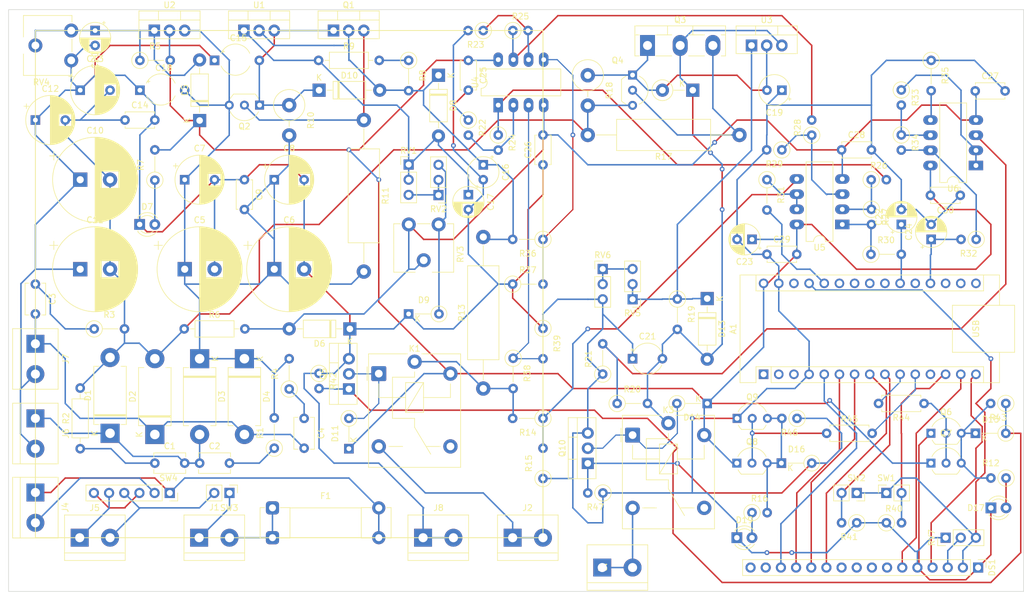
<source format=kicad_pcb>
(kicad_pcb (version 20240108) (generator "pcbnew") (generator_version "8.0")
  (layers (0 "F.Cu" signal) (31 "B.Cu" signal) (34 "B.Paste" user) (35 "F.Paste" user) (36 "B.SilkS" user "B.Silkscreen") (37 "F.SilkS" user "F.Silkscreen") (38 "B.Mask" user) (39 "F.Mask" user) (44 "Edge.Cuts" user))
  (net 0 "")
  (net 1 "Net-(J1-Pin_1)")
  (net 2 "Net-(J5-Pin_2)")
  (net 3 "GND")
  (net 4 "Net-(D1-K)")
  (net 5 "Net-(D2-K)")
  (net 6 "Net-(J4-Pin_1)")
  (net 7 "Net-(J4-Pin_2)")
  (net 8 "Net-(J1-Pin_2)")
  (net 9 "Net-(J2-Pin_1)")
  (net 10 "Net-(J3-Pin_1)")
  (net 11 "/-33V")
  (net 12 "Net-(Q3-E)")
  (net 13 "Net-(D12-A)")
  (net 14 "Net-(Q1-E)")
  (net 15 "/+33V")
  (net 16 "Net-(D10-K)")
  (net 17 "Net-(D10-A)")
  (net 18 "Net-(D15-A)")
  (net 19 "Net-(D15-K)")
  (net 20 "Net-(D17-A)")
  (net 21 "Net-(A1-D6)")
  (net 22 "Net-(A1-D10)")
  (net 23 "Net-(D16-A)")
  (net 24 "/I_meas-")
  (net 25 "/I_meas+")
  (net 26 "Net-(U6B-+)")
  (net 27 "Net-(U6B--)")
  (net 28 "Net-(R32-Pad1)")
  (net 29 "Net-(U6A--)")
  (net 30 "/-VoutAD")
  (net 31 "Net-(U5B--)")
  (net 32 "/+VoutAD")
  (net 33 "Net-(R27-Pad2)")
  (net 34 "/IoutAD")
  (net 35 "Net-(C2-Pad2)")
  (net 36 "Net-(R25-Pad1)")
  (net 37 "Net-(U5A-+)")
  (net 38 "Net-(U5A--)")
  (net 39 "Net-(R24-Pad1)")
  (net 40 "Net-(U4B--)")
  (net 41 "Net-(U4A--)")
  (net 42 "Net-(R22-Pad1)")
  (net 43 "/Vout-_meas")
  (net 44 "Net-(D12-K)")
  (net 45 "Net-(D13-K)")
  (net 46 "/Vout+_meas")
  (net 47 "Net-(C3-Pad1)")
  (net 48 "Net-(R8-Pad1)")
  (net 49 "Net-(D8-A)")
  (net 50 "/+12V")
  (net 51 "Net-(D7-A)")
  (net 52 "/-10V")
  (net 53 "Net-(C1-Pad1)")
  (net 54 "Net-(C4-Pad1)")
  (net 55 "Net-(D16-K)")
  (net 56 "Net-(Q8-B)")
  (net 57 "/NMOSV-")
  (net 58 "/NMOSV+")
  (net 59 "Net-(Q6-B)")
  (net 60 "Net-(D5-A)")
  (net 61 "/BOBv-")
  (net 62 "/BOBv+")
  (net 63 "Net-(D9-A)")
  (net 64 "/NAN12")
  (net 68 "/NAN11")
  (net 73 "/NAN04")
  (net 74 "/NAN05")
  (net 76 "/NAN02")
  (net 77 "/NAN03")
  (net 82 "/+5V")
  (net 85 "Net-(DS1-VO)")
  (net 91 "Net-(SW4-C-Pad3)")
  (net 92 "Net-(RV1-Pad3)")
  (net 93 "Net-(RV5-Pad3)")
  (net 95 "Net-(K1-Pad11)")
  (net 97 "Net-(J5-Pin_1)")
  (net 98 "Net-(D19-A)")
  (footprint "Package_DIP:CERDIP-8_W7.62mm_SideBrazed_LongPads" (layer "F.Cu") (at 202.5 55.12 180)
    (property "Reference" "U6")
    (property "Value" "LM358")
  )
  (footprint "Resistor_THT:R_Axial_DIN0207_L6.3mm_D2.5mm_P2.54mm_Vertical" (layer "F.Cu") (at 190 50 -90)
    (property "Reference" "R34")
    (property "Value" "100k")
  )
  (footprint "Diode_THT:D_DO-201AD_P12.70mm_Horizontal" (layer "F.Cu") (at 65 100.2 90)
    (property "Reference" "D2")
    (property "Value" "1N5408")
  )
  (footprint "Resistor_THT:R_Axial_DIN0207_L6.3mm_D2.5mm_P5.08mm_Vertical" (layer "F.Cu") (at 130 107.58 90)
    (property "Reference" "R15")
    (property "Value" "5k1")
  )
  (footprint "Connector_PinHeader_2.54mm:PinHeader_1x03_P2.54mm_Vertical" (layer "F.Cu") (at 107.5 54.96)
    (property "Reference" "RV1")
    (property "Value" "1k")
  )
  (footprint "Resistor_THT:R_Axial_DIN0207_L6.3mm_D2.5mm_P2.54mm_Vertical" (layer "F.Cu") (at 184.96 57.5)
    (property "Reference" "R26")
    (property "Value" "470")
  )
  (footprint "LED_THT:LED_D3.0mm" (layer "F.Cu") (at 162.46 117.5)
    (property "Reference" "D19")
    (property "Value" "LED")
  )
  (footprint "TerminalBlock:TerminalBlock_bornier-2_P5.08mm" (layer "F.Cu") (at 124.92 117.5)
    (property "Reference" "J2")
    (property "Value" "Vout+")
  )
  (footprint "Package_TO_SOT_THT:TO-92_Inline_Wide" (layer "F.Cu") (at 162.46 105)
    (property "Reference" "Q8")
    (property "Value" "BC337")
  )
  (footprint "Capacitor_THT:C_Disc_D5.1mm_W3.2mm_P5.00mm" (layer "F.Cu") (at 45 75 -90)
    (property "Reference" "C3")
    (property "Value" "100nF")
  )
  (footprint "Connector_PinSocket_2.54mm:PinSocket_1x02_P2.54mm_Vertical" (layer "F.Cu") (at 187.5 110 90)
    (property "Reference" "SW1")
    (property "Value" "V-ON/OFF")
  )
  (footprint "Capacitor_THT:CP_Radial_D8.0mm_P5.00mm" (layer "F.Cu") (at 52.5 42.5)
    (property "Reference" "C13")
    (property "Value" "100uF")
  )
  (footprint "Diode_THT:D_DO-41_SOD81_P10.16mm_Horizontal" (layer "F.Cu") (at 112.5 40 -90)
    (property "Reference" "D8")
    (property "Value" "1N4007")
  )
  (footprint "Diode_THT:D_DO-41_SOD81_P10.16mm_Horizontal" (layer "F.Cu") (at 97.66 82.5 180)
    (property "Reference" "D6")
    (property "Value" "1N4740A")
  )
  (footprint "Potentiometer_THT:Potentiometer_ACP_CA9-V6_Vertical" (layer "F.Cu") (at 51 32.5 180)
    (property "Reference" "RV4")
    (property "Value" "10k")
  )
  (footprint "Package_TO_SOT_THT:TO-220-3_Vertical" (layer "F.Cu") (at 64.92 32.5)
    (property "Reference" "U2")
    (property "Value" "LM317_TO-220")
  )
  (footprint "Package_TO_SOT_THT:TO-218-3_Vertical" (layer "F.Cu") (at 147.5 35)
    (property "Reference" "Q3")
    (property "Value" "TIP3055")
  )
  (footprint "Diode_THT:D_DO-41_SOD81_P10.16mm_Horizontal" (layer "F.Cu") (at 92.5 42.5)
    (property "Reference" "D10")
    (property "Value" "1N4007")
  )
  (footprint "Capacitor_THT:CP_Radial_Tantal_D5.0mm_P7.50mm" (layer "F.Cu") (at 76.5 37.5)
    (property "Reference" "C15")
    (property "Value" "0.1uF")
  )
  (footprint "TerminalBlock:TerminalBlock_bornier-2_P5.08mm" (layer "F.Cu") (at 72.42 117.5)
    (property "Reference" "J1")
    (property "Value" "AC_IN")
  )
  (footprint "Resistor_THT:R_Axial_DIN0207_L6.3mm_D2.5mm_P5.08mm_Vertical" (layer "F.Cu") (at 62.5 37.5)
    (property "Reference" "R5")
    (property "Value" "1k")
  )
  (footprint "TerminalBlock:TerminalBlock_bornier-2_P5.08mm" (layer "F.Cu") (at 109.92 117.5)
    (property "Reference" "J8")
    (property "Value" "GNDout")
  )
  (footprint "Resistor_THT:R_Axial_DIN0207_L6.3mm_D2.5mm_P5.08mm_Vertical" (layer "F.Cu") (at 65 57.58 90)
    (property "Reference" "R7")
    (property "Value" "680")
  )
  (footprint "Connector_PinHeader_2.54mm:PinHeader_1x03_P2.54mm_Vertical" (layer "F.Cu") (at 197.42 117.5 90)
    (property "Reference" "RV7")
    (property "Value" "10k")
  )
  (footprint "Resistor_THT:R_Axial_DIN0207_L6.3mm_D2.5mm_P2.54mm_Vertical" (layer "F.Cu") (at 207.54 107.5 180)
    (property "Reference" "R12")
    (property "Value" "1k" (hide yes))
  )
  (footprint "Resistor_THT:R_Axial_DIN0207_L6.3mm_D2.5mm_P2.54mm_Vertical" (layer "F.Cu") (at 190 42.46 -90)
    (property "Reference" "R33")
    (property "Value" "100k")
  )
  (footprint "Resistor_THT:R_Axial_DIN0207_L6.3mm_D2.5mm_P2.54mm_Vertical" (layer "F.Cu") (at 207.5 95 180)
    (property "Reference" "R43")
    (property "Value" "10")
  )
  (footprint "Package_DIP:CERDIP-8_W7.62mm_SideBrazed_LongPads" (layer "F.Cu") (at 180.12 65 180)
    (property "Reference" "U5")
    (property "Value" "LM358")
  )
  (footprint "Resistor_THT:R_Axial_DIN0207_L6.3mm_D2.5mm_P2.54mm_Vertical" (layer "F.Cu") (at 117.5 47.5 -90)
    (property "Reference" "R22")
    (property "Value" "4k7")
  )
  (footprint "Capacitor_THT:CP_Radial_D14.0mm_P5.00mm" (layer "F.Cu") (at 85 72.5)
    (property "Reference" "C6")
    (property "Value" "1000uF")
  )
  (footprint "Resistor_THT:R_Axial_DIN0207_L6.3mm_D2.5mm_P5.08mm_Vertical" (layer "F.Cu") (at 130 97.5 180)
    (property "Reference" "R14")
    (property "Value" "20k")
  )
  (footprint "Package_TO_SOT_THT:TO-220-3_Vertical" (layer "F.Cu") (at 164.92 35)
    (property "Reference" "U3")
    (property "Value" "LM337_TO220")
  )
  (footprint "Capacitor_THT:C_Disc_D4.7mm_W2.5mm_P5.00mm" (layer "F.Cu") (at 80 57.5 -90)
    (property "Reference" "C9")
    (property "Value" "100nF")
  )
  (footprint "Capacitor_THT:C_Disc_D5.1mm_W3.2mm_P5.00mm" (layer "F.Cu") (at 72.5 105)
    (property "Reference" "C2")
    (property "Value" "100nF")
  )
  (footprint "Diode_THT:D_DO-35_SOD27_P5.08mm_Vertical_KathodeUp" (layer "F.Cu") (at 202.42 100)
    (property "Reference" "D15")
    (property "Value" "1N4148")
  )
  (footprint "Capacitor_THT:C_Disc_D4.7mm_W2.5mm_P5.00mm" (layer "F.Cu") (at 167.5 70)
    (property "Reference" "C29")
    (property "Value" "10nF")
  )
  (footprint "Resistor_THT:R_Axial_DIN0207_L6.3mm_D2.5mm_P2.54mm_Vertical" (layer "F.Cu") (at 124.96 32.5)
    (property "Reference" "R25")
    (property "Value" "4k7")
  )
  (footprint "TerminalBlock:TerminalBlock_bornier-2_P5.08mm" (layer "F.Cu") (at 52.42 117.5)
    (property "Reference" "J5")
    (property "Value" "TrPTVD")
  )
  (footprint "Capacitor_THT:C_Disc_D5.1mm_W3.2mm_P5.00mm" (layer "F.Cu") (at 65 105)
    (property "Reference" "C1")
    (property "Value" "100nF")
  )
  (footprint "LED_THT:LED_D3.0mm" (layer "F.Cu") (at 205 112.5)
    (property "Reference" "D17")
    (property "Value" "LED")
  )
  (footprint "Resistor_THT:R_Axial_DIN0207_L6.3mm_D2.5mm_P5.08mm_Vertical" (layer "F.Cu") (at 87.5 92.58 90)
    (property "Reference" "R4")
    (property "Value" "1")
  )
  (footprint "TerminalBlock:TerminalBlock_bornier-2_P5.08mm" (layer "F.Cu") (at 45 85 -90)
    (property "Reference" "J7")
    (property "Value" "GND+24V")
  )
  (footprint "Resistor_THT:R_Axial_DIN0207_L6.3mm_D2.5mm_P5.08mm_Vertical" (layer "F.Cu") (at 130 82.42 -90)
    (property "Reference" "R39")
    (property "Value" "6k8")
  )
  (footprint "Diode_THT:D_DO-35_SOD27_P5.08mm_Vertical_KathodeUp" (layer "F.Cu") (at 157.5 95 180)
    (property "Reference" "D14")
    (property "Value" "1N4148")
  )
  (footprint "TerminalBlock:TerminalBlock_bornier-2_P5.08mm" (layer "F.Cu") (at 139.92 122.5)
    (property "Reference" "J3")
    (property "Value" "Vout-")
  )
  (footprint "Resistor_THT:R_Axial_DIN0207_L6.3mm_D2.5mm_P2.54mm_Vertical" (layer "F.Cu") (at 187.5 115)
    (property "Reference" "R40")
    (property "Value" "5k1")
  )
  (footprint "Diode_THT:D_DO-41_SOD81_P10.16mm_Horizontal" (layer "F.Cu") (at 72.5 47.58 90)
    (property "Reference" "D5")
    (property "Value" "1N4007")
  )
  (footprint "Diode_THT:D_DO-35_SOD27_P5.08mm_Vertical_KathodeUp" (layer "F.Cu") (at 107.5 80)
    (property "Reference" "D9")
    (property "Value" "1N4148")
  )
  (footprint "Resistor_THT:R_Axial_DIN0516_L15.5mm_D5.0mm_P5.08mm_Vertical" (layer "F.Cu") (at 87.5 45 -90)
    (property "Reference" "R10")
    (property "Value" "10 1W")
  )
  (footprint "Capacitor_THT:C_Disc_D4.7mm_W2.5mm_P5.00mm" (layer "F.Cu") (at 202.38 42.62)
    (property "Reference" "C27")
    (property "Value" "10nF")
  )
  (footprint "Capacitor_THT:C_Disc_D4.7mm_W2.5mm_P5.00mm" (layer "F.Cu") (at 60 47.5)
    (property "Reference" "C14")
    (property "Value" "100nF")
  )
  (footprint "Capacitor_THT:CP_Radial_D14.0mm_P5.00mm" (layer "F.Cu") (at 52.5 72.5)
    (property "Reference" "C11")
    (property "Value" "1000uF")
  )
  (footprint "Capacitor_THT:CP_Radial_D8.0mm_P5.00mm" (layer "F.Cu") (at 85 57.5)
    (property "Reference" "C8")
    (property "Value" "100uF")
  )
  (footprint "Resistor_THT:R_Axial_DIN0207_L6.3mm_D2.5mm_P5.08mm_Vertical" (layer "F.Cu") (at 107.5 37.5 -90)
    (property "Reference" "R8")
    (property "Value" "510")
  )
  (footprint "TerminalBlock:TerminalBlock_bornier-2_P5.08mm" (layer "F.Cu") (at 45 109.92 -90)
    (property "Reference" "J4")
    (property "Value" "TrVmAm")
  )
  (footprint "Resistor_THT:R_Axial_DIN0207_L6.3mm_D2.5mm_P5.08mm_Vertical" (layer "F.Cu") (at 125 87.42 -90)
    (property "Reference" "R38")
    (property "Value" "47k")
  )
  (footprint "Capacitor_THT:CP_Radial_D5.0mm_P2.50mm" (layer "F.Cu") (at 117.5 60 -90)
    (property "Reference" "C17")
    (property "Value" "10uF")
  )
  (footprint "Resistor_THT:R_Axial_DIN0516_L15.5mm_D5.0mm_P25.40mm_Horizontal" (layer "F.Cu") (at 120 92.5 90)
    (property "Reference" "R13")
    (property "Value" "0.47 5W")
  )
  (footprint "Capacitor_THT:CP_Radial_D14.0mm_P5.00mm" (layer "F.Cu") (at 70 72.5)
    (property "Reference" "C5")
    (property "Value" "1000uF")
  )
  (footprint "Resistor_THT:R_Axial_DIN0207_L6.3mm_D2.5mm_P10.16mm_Horizontal" (layer "F.Cu") (at 69.92 82.5)
    (property "Reference" "R6")
    (property "Value" "1k")
  )
  (footprint "Diode_THT:D_DO-41_SOD81_P10.16mm_Horizontal" (layer "F.Cu") (at 157.5 77.42 -90)
    (property "Reference" "D13")
    (property "Value" "1N4007")
  )
  (footprint "Resistor_THT:R_Axial_DIN0516_L15.5mm_D5.0mm_P25.40mm_Horizontal" (layer "F.Cu") (at 100 47.5 -90)
    (property "Reference" "R11")
    (property "Value" "0.68 5W")
  )
  (footprint "Package_TO_SOT_THT:TO-220-3_Vertical" (layer "F.Cu") (at 94.92 32.5)
    (property "Reference" "Q1")
    (property "Value" "TIP42C")
  )
  (footprint "Package_TO_SOT_THT:TO-220-3_Vertical" (layer "F.Cu") (at 79.92 32.5)
    (property "Reference" "U1")
    (property "Value" "LM317_TO-220")
  )
  (footprint "Resistor_THT:R_Axial_DIN0207_L6.3mm_D2.5mm_P5.08mm_Vertical" (layer "F.Cu") (at 140 90.08 90)
    (property "Reference" "R21")
    (property "Value" "5k1")
  )
  (footprint "Capacitor_THT:CP_Radial_Tantal_D5.0mm_P5.00mm" (layer "F.Cu") (at 145 87.5)
    (property "Reference" "C21")
    (property "Value" "1uF")
  )
  (footprint "Resistor_THT:R_Axial_DIN0207_L6.3mm_D2.5mm_P5.08mm_Vertical" (layer "F.Cu") (at 195 37.5 -90)
    (property "Reference" "R35")
    (property "Value" "51k")
  )
  (footprint "Capacitor_THT:C_Disc_D4.7mm_W2.5mm_P5.00mm" (layer "F.Cu") (at 180 52.5)
    (property "Reference" "C28")
    (property "Value" "10nF")
  )
  (footprint "Resistor_THT:R_Axial_DIN0207_L6.3mm_D2.5mm_P10.16mm_Horizontal" (layer "F.Cu") (at 52.5 102.58 90)
    (property "Reference" "R2")
    (property "Value" "1")
  )
  (footprint "Capacitor_THT:CP_Radial_D8.0mm_P5.00mm" (layer "F.Cu") (at 45 47.5)
    (property "Reference" "C12")
    (property "Value" "100uF")
  )
  (footprint "Resistor_THT:R_Axial_DIN0207_L6.3mm_D2.5mm_P7.62mm_Horizontal" (layer "F.Cu") (at 177.5 100)
    (property "Reference" "R45")
    (property "Value" "330")
  )
  (footprint "Capacitor_THT:CP_Radial_D8.0mm_P5.00mm" (layer "F.Cu") (at 70 57.5)
    (property "Reference" "C7")
    (property "Value" "100uF")
  )
  (footprint "Capacitor_THT:CP_Radial_D14.0mm_P5.00mm" (layer "F.Cu") (at 52.5 57.5)
    (property "Reference" "C10")
    (property "Value" "1000uF")
  )
  (footprint "Resistor_THT:R_Axial_DIN0516_L15.5mm_D5.0mm_P5.08mm_Vertical" (layer "F.Cu") (at 137.5 40 -90)
    (property "Reference" "R18")
    (property "Value" "10 1W")
  )
  (footprint "Resistor_THT:R_Axial_DIN0207_L6.3mm_D2.5mm_P10.16mm_Horizontal" (layer "F.Cu") (at 92.42 37.5)
    (property "Reference" "R9")
    (property "Value" "22")
  )
  (footprint "Resistor_THT:R_Axial_DIN0207_L6.3mm_D2.5mm_P7.62mm_Horizontal" (layer "F.Cu") (at 193.81 95 180)
    (property "Reference" "R44")
    (property "Value" "330")
  )
  (footprint "Resistor_THT:R_Axial_DIN0207_L6.3mm_D2.5mm_P5.08mm_Vertical" (layer "F.Cu") (at 142.42 95)
    (property "Reference" "R20")
    (property "Value" "20k")
  )
  (footprint "Resistor_THT:R_Axial_DIN0207_L6.3mm_D2.5mm_P5.08mm_Vertical" (layer "F.Cu") (at 167.5 57.5 -90)
    (property "Reference" "R31")
    (property "Value" "6k8")
  )
  (footprint "Resistor_THT:R_Axial_DIN0207_L6.3mm_D2.5mm_P2.54mm_Vertical" (layer "F.Cu") (at 170 52.5 180)
    (property "Reference" "R29")
    (property "Value" "6k8")
  )
  (footprint "Potentiometer_THT:Potentiometer_ACP_CA9-V6_Vertical" (layer "F.Cu") (at 107.525 65 -90)
    (property "Reference" "RV3")
    (property "Value" "10k")
  )
  (footprint "Connector_PinHeader_2.54mm:PinHeader_1x03_P2.54mm_Vertical" (layer "F.Cu") (at 112.5 60.08 180)
    (property "Reference" "RV2")
    (property "Value" "10k")
  )
  (footprint "Package_TO_SOT_THT:TO-92_Inline_Wide" (layer "F.Cu") (at 194.96 105)
    (property "Reference" "Q7")
    (property "Value" "BC337")
  )
  (footprint "Capacitor_THT:CP_Radial_Tantal_D5.0mm_P2.50mm" (layer "F.Cu") (at 120 55 -90)
    (property "Reference" "C16")
    (property "Value" "1uF")
  )
  (footprint "Diode_THT:D_DO-35_SOD27_P5.08mm_Vertical_KathodeUp" (layer "F.Cu") (at 169.92 105)
    (property "Reference" "D16")
    (property "Value" "1N4148")
  )
  (footprint "Fuse:Fuseholder_Clip-5x20mm_Bel_FC-203-22_Lateral_P17.80x5.00mm_D1.17mm_Horizontal" (layer "F.Cu") (at 84.7 112.5)
    (property "Reference" "F1")
    (property "Value" "2.5A")
  )
  (footprint "Capacitor_THT:C_Disc_D5.1mm_W3.2mm_P5.00mm" (layer "F.Cu") (at 90 97.5 -90)
    (property "Reference" "C4")
    (property "Value" "100nF")
  )
  (footprint "Resistor_THT:R_Axial_DIN0207_L6.3mm_D2.5mm_P5.08mm_Vertical" (layer "F.Cu") (at 85 102.5 90)
    (property "Reference" "R1")
    (property "Value" "1")
  )
  (footprint "Capacitor_THT:CP_Radial_D5.0mm_P2.50mm" (layer "F.Cu") (at 165 67.5 180)
    (property "Reference" "C23")
    (property "Value" "10uF")
  )
  (footprint "Resistor_THT:R_Axial_DIN0207_L6.3mm_D2.5mm_P2.54mm_Vertical" (layer "F.Cu") (at 175 50.04 90)
    (property "Reference" "R28")
    (property "Value" "470")
  )
  (footprint "Resistor_THT:R_Axial_DIN0207_L6.3mm_D2.5mm_P2.54mm_Vertical" (layer "F.Cu") (at 202.54 67.5 180)
    (property "Reference" "R32")
    (property "Value" "6k8")
  )
  (footprint "Module:Arduino_Nano" (layer "F.Cu") (at 166.94 90.11 90)
    (property "Reference" "A1")
    (property "Value" "Arduino_Nano_v3.x")
  )
  (footprint "Package_DIP:CERDIP-8_W7.62mm_SideBrazed_LongPads" (layer "F.Cu") (at 122.5 45 90)
    (property "Reference" "U4")
    (property "Value" "LM358")
  )
  (footprint "Resistor_THT:R_Axial_DIN0207_L6.3mm_D2.5mm_P2.54mm_Vertical" (layer "F.Cu") (at 140.04 110 180)
    (property "Reference" "R47")
    (property "Value" "20k")
  )
  (footprint "Resistor_THT:R_Axial_DIN0207_L6.3mm_D2.5mm_P5.08mm_Vertical" (layer "F.Cu") (at 124.92 75)
    (property "Reference" "R37")
    (property "Value" "6k8")
  )
  (footprint "Connector_PinHeader_2.54mm:PinHeader_1x03_P2.54mm_Vertical" (layer "F.Cu") (at 140 72.46)
    (property "Reference" "RV6")
    (property "Value" "10k")
  )
  (footprint "Resistor_THT:R_Axial_DIN0207_L6.3mm_D2.5mm_P2.54mm_Vertical" (layer "F.Cu") (at 122.5 50 -90)
    (property "Reference" "R24")
    (property "Value" "4k7")
  )
  (footprint "Resistor_THT:R_Axial_DIN0207_L6.3mm_D2.5mm_P2.54mm_Vertical" (layer "F.Cu") (at 165 113.3)
    (property "Reference" "R16")
    (property "Value" "1k")
  )
  (footprint "Resistor_THT:R_Axial_DIN0207_L6.3mm_D2.5mm_P2.54mm_Vertical" (layer "F.Cu") (at 172.54 97.5 180)
    (property "Reference" "R46")
    (property "Value" "10")
  )
  (footprint "Diode_THT:D_DO-201AD_P12.70mm_Horizontal" (layer "F.Cu") (at 72.5 87.5 -90)
    (property "Reference" "D3")
    (property "Value" "1N5408")
  )
  (footprint "Capacitor_THT:C_Disc_D4.7mm_W2.5mm_P5.00mm" (layer "F.Cu") (at 130 55 90)
    (property "Reference" "C26")
    (property "Value" "10nF")
  )
  (footprint "Connector_PinHeader_2.54mm:PinHeader_1x16_P2.54mm_Vertical" (layer "F.Cu") (at 202.86 122.5 -90)
    (property "Reference" "DS1")
    (property "Value" "WC1602A")
  )
  (footprint "Resistor_THT:R_Axial_DIN0207_L6.3mm_D2.5mm_P2.54mm_Vertical" (layer "F.Cu") (at 120 32.5 180)
    (property "Reference" "R23")
    (property "Value" "4k7")
  )
  (footprint "Connector_PinHeader_2.54mm:PinHeader_1x03_P2.54mm_Vertical" (layer "F.Cu") (at 145 77.54 180)
    (property "Reference" "RV5")
    (property "Value" "1k")
  )
  (footprint "Resistor_THT:R_Axial_DIN0207_L6.3mm_D2.5mm_P2.54mm_Vertical" (layer "F.Cu") (at 185 62.46 -90)
    (property "Reference" "R27")
    (property "Value" "6k8")
  )
  (footprint "Diode_THT:D_DO-201AD_P12.70mm_Horizontal" (layer "F.Cu") (at 57.5 100 90)
    (property "Reference" "D1")
    (property "Value" "1N5408")
  )
  (footprint "Diode_THT:D_DO-201AD_P12.70mm_Horizontal" (layer "F.Cu") (at 80 87.5 -90)
    (property "Reference" "D4")
    (property "Value" "1N5408")
  )
  (footprint "Package_TO_SOT_THT:TO-220-3_Vertical" (layer "F.Cu") (at 137.5 105.04 90)
    (property "Reference" "Q10")
    (property "Value" "IRF640N")
  )
  (footprint "Package_TO_SOT_THT:TO-92_Inline_Wide" (layer "F.Cu") (at 82.54 45 180)
    (property "Reference" "Q2")
    (property "Value" "BC327")
  )
  (footprint "Connector_PinHeader_2.54mm:PinHeader_1x02_P2.54mm_Vertical" (layer "F.Cu") (at 77.5 110 -90)
    (property "Reference" "SW3")
    (property "Value" "ON/OFFG")
  )
  (footprint "Resistor_THT:R_Axial_DIN0207_L6.3mm_D2.5mm_P5.08mm_Vertical" (layer "F.Cu") (at 152.5 77.5 -90)
    (property "Reference" "R19")
    (property "Value" "680")
  )
  (footprint "Resistor_THT:R_Axial_DIN0207_L6.3mm_D2.5mm_P2.54mm_Vertical" (layer "F.Cu") (at 182.54 115 180)
    (property "Reference" "R41")
    (property "Value" "5k1")
  )
  (footprint "Resistor_THT:R_Axial_DIN0207_L6.3mm_D2.5mm_P5.08mm_Vertical" (layer "F.Cu") (at 130 67.5 180)
    (property "Reference" "R36")
    (property "Value" "47k")
  )
  (footprint "Resistor_THT:R_Axial_DIN0207_L6.3mm_D2.5mm_P5.08mm_Vertical" (layer "F.Cu") (at 184.92 70)
    (property "Reference" "R30")
    (property "Value" "6k8")
  )
  (footprint "Connector_PinSocket_2.54mm:PinSocket_1x02_P2.54mm_Vertical" (layer "F.Cu") (at 182.54 110 -90)
    (property "Reference" "SW2")
    (property "Value" "V+ON/OFF")
  )
  (footprint "Diode_THT:D_DO-35_SOD27_P5.08mm_Vertical_KathodeUp" (layer "F.Cu") (at 97.5 102.58 90)
    (property "Reference" "D11")
    (property "Value" "1N4148")
  )
  (footprint "Capacitor_THT:CP_Radial_D5.0mm_P2.50mm" (layer "F.Cu") (at 190 65 90)
    (property "Reference" "C22")
    (property "Value" "10uF")
  )
  (footprint "Relay_THT:Relay_SPDT_Finder_36.11" (layer "F.Cu") (at 102.5 90)
    (property "Reference" "K1")
    (property "Value" "Relay_SPDT")
  )
  (footprint "Package_TO_SOT_THT:TO-92_Inline_Wide" (layer "F.Cu") (at 145 39.96 -90)
    (property "Reference" "Q4")
    (property "Value" "BC337")
  )
  (footprint "Relay_THT:Relay_SPDT_Finder_36.11" (layer "F.Cu") (at 145 100.3)
    (property "Reference" "K3")
    (property "Value" "Relay_SPDT")
  )
  (footprint "Package_TO_SOT_THT:TO-92_Inline_Wide" (layer "F.Cu") (at 194.96 100)
    (property "Reference" "Q6")
    (property "Value" "BC327")
  )
  (footprint "Capacitor_THT:CP_Radial_D5.0mm_P2.50mm" (layer "F.Cu") (at 55 32.5 -90)
    (property "Reference" "C20")
    (property "Value" "10uF")
  )
  (footprint "Package_TO_SOT_THT:TO-92_Inline_Wide" (layer "F.Cu") (at 162.5 97.5)
    (property "Reference" "Q9")
    (property "Value" "BC327")
  )
  (footprint "Resistor_THT:R_Axial_DIN0207_L6.3mm_D2.5mm_P2.54mm_Vertical" (layer "F.Cu") (at 92.5 89.96 -90)
    (property "Reference" "R42")
    (property "Value" "20k")
  )
  (footprint "Resistor_THT:R_Axial_DIN0516_L15.5mm_D5.0mm_P25.40mm_Horizontal" (layer "F.Cu") (at 162.9 50 180)
    (property "Reference" "R17")
    (property "Value" "0.68 5W")
  )
  (footprint "TerminalBlock:TerminalBlock_bornier-2_P5.08mm" (layer "F.Cu") (at 45 97.5 -90)
    (property "Reference" "J6")
    (property "Value" "+24VGND")
  )
  (footprint "Resistor_THT:R_Axial_DIN0207_L6.3mm_D2.5mm_P5.08mm_Vertical" (layer "F.Cu") (at 54.84 82.5)
    (property "Reference" "R3")
    (property "Value" "1")
  )
  (footprint "Capacitor_THT:CP_Radial_D5.0mm_P2.50mm" (layer "F.Cu") (at 195 67.5 90)
    (property "Reference" "C24")
    (property "Value" "10uF")
  )
  (footprint "Capacitor_THT:CP_Radial_Tantal_D5.0mm_P2.50mm" (layer "F.Cu") (at 170 42.5 180)
    (property "Reference" "C19")
    (property "Value" "1uF")
  )
  (footprint "Capacitor_THT:CP_Radial_Tantal_D5.0mm_P7.50mm" (layer "F.Cu") (at 64 42.5)
    (property "Reference" "C18")
    (property "Value" "0.1uF")
  )
  (footprint "Connector_PinSocket_2.54mm:PinSocket_1x06_P2.54mm_Vertical" (layer "F.Cu") (at 67.5 110 -90)
    (property "Reference" "SW4")
    (property "Value" "110/220V")
  )
  (footprint "Diode_THT:D_DO-41_SOD81_P5.08mm_Vertical_KathodeUp" (layer "F.Cu") (at 155.08 42.5 180)
    (property "Reference" "D12" (hide yes))
    (property "Value" "1N4007")
  )
  (footprint "LED_THT:LED_D3.0mm" (layer "F.Cu") (at 62.46 65)
    (property "Reference" "D7")
    (property "Value" "LED")
  )
  (footprint "Capacitor_THT:C_Disc_D4.7mm_W2.5mm_P5.00mm" (layer "F.Cu") (at 117.5 37.5 -90)
    (property "Reference" "C25")
    (property "Value" "10nF")
  )
  (footprint "Capacitor_THT:C_Disc_D4.7mm_W2.5mm_P5.00mm" (layer "F.Cu") (at 199.88 60.12 180)
    (property "Reference" "C30")
    (property "Value" "10nF")
  )
  (footprint "Package_TO_SOT_THT:TO-220-3_Vertical" (layer "F.Cu") (at 97.5 92.58 90)
    (property "Reference" "Q5")
    (property "Value" "IRF640N")
  )
  (gr_rect (start 45 32.5) (end 130 117.5) (stroke (width 0.15)) (fill none) (layer "F.SilkS"))
  (gr_rect (start 40.5 29) (end 210.5 126.5) (stroke (width 0.1)) (fill none) (layer "Edge.Cuts"))
  (segment (start 77.5 112.5) (end 72.5 117.5) (width 0.25) (layer "B.Cu") (net 1))
  (segment (start 72.5 117.5) (end 72.42 117.5) (width 0.25) (layer "B.Cu") (net 1))
  (segment (start 77.5 112.5) (end 77.5 110) (width 0.25) (layer "B.Cu") (net 1))
  (segment (start 62.38 112.5) (end 59.88 110) (width 0.25) (layer "B.Cu") (net 2))
  (segment (start 62.5 112.5) (end 57.5 117.5) (width 0.25) (layer "B.Cu") (net 2))
  (segment (start 74.96 110) (end 72.46 112.5) (width 0.25) (layer "B.Cu") (net 2))
  (segment (start 72.46 112.5) (end 62.5 112.5) (width 0.25) (layer "B.Cu") (net 2))
  (segment (start 62.5 112.5) (end 62.38 112.5) (width 0.25) (layer "B.Cu") (net 2))
  (segment (start 55 40) (end 52.5 42.5) (width 0.25) (layer "F.Cu") (net 3))
  (segment (start 202.86 122.5) (end 200.81 124.55) (width 0.25) (layer "F.Cu") (net 3))
  (segment (start 194.75 124.55) (end 192.7 122.5) (width 0.25) (layer "F.Cu") (net 3))
  (segment (start 75 37.5) (end 72.5 35) (width 0.25) (layer "F.Cu") (net 3))
  (segment (start 127.5 62.5) (end 130 60) (width 0.25) (layer "F.Cu") (net 3))
  (segment (start 130 60) (end 130 55) (width 0.25) (layer "F.Cu") (net 3))
  (segment (start 127.5 72.42) (end 127.5 62.5) (width 0.25) (layer "F.Cu") (net 3))
  (segment (start 200.81 124.55) (end 194.75 124.55) (width 0.25) (layer "F.Cu") (net 3))
  (segment (start 82.5 55) (end 87.5 55) (width 0.25) (layer "F.Cu") (net 3))
  (segment (start 97.66 80.16) (end 97.66 82.5) (width 0.25) (layer "F.Cu") (net 3))
  (segment (start 63.685 66.225) (end 62.46 65) (width 0.25) (layer "F.Cu") (net 3))
  (segment (start 124.92 75) (end 124.92 77.34) (width 0.25) (layer "F.Cu") (net 3))
  (segment (start 115 45) (end 115 51.775) (width 0.25) (layer "F.Cu") (net 3))
  (segment (start 124.92 77.34) (end 130 82.42) (width 0.25) (layer "F.Cu") (net 3))
  (segment (start 192.95 102.01) (end 192.95 122.25) (width 0.25) (layer "F.Cu") (net 3))
  (segment (start 75 57.5) (end 66.275 66.225) (width 0.25) (layer "F.Cu") (net 3))
  (segment (start 87.5 55) (end 90 57.5) (width 0.25) (layer "F.Cu") (net 3))
  (segment (start 202.86 122.5) (end 205 120.36) (width 0.25) (layer "F.Cu") (net 3))
  (segment (start 55 37.5) (end 55 40) (width 0.25) (layer "F.Cu") (net 3))
  (segment (start 72.5 35) (end 57.5 35) (width 0.25) (layer "F.Cu") (net 3))
  (segment (start 117.5 42.5) (end 115 45) (width 0.25) (layer "F.Cu") (net 3))
  (segment (start 124.92 75) (end 127.5 72.42) (width 0.25) (layer "F.Cu") (net 3))
  (segment (start 167.5 120) (end 171.655 120) (width 0.25) (layer "F.Cu") (net 3))
  (segment (start 66.275 66.225) (end 63.685 66.225) (width 0.25) (layer "F.Cu") (net 3))
  (segment (start 155 97.5) (end 162.5 97.5) (width 0.25) (layer "F.Cu") (net 3))
  (segment (start 205 120.36) (end 205 112.5) (width 0.25) (layer "F.Cu") (net 3))
  (segment (start 57.5 35) (end 55 37.5) (width 0.25) (layer "F.Cu") (net 3))
  (segment (start 90 72.5) (end 97.66 80.16) (width 0.25) (layer "F.Cu") (net 3))
  (segment (start 192.95 122.25) (end 192.7 122.5) (width 0.25) (layer "F.Cu") (net 3))
  (segment (start 80 57.5) (end 82.5 55) (width 0.25) (layer "F.Cu") (net 3))
  (segment (start 194.96 100) (end 192.95 102.01) (width 0.25) (layer "F.Cu") (net 3))
  (via (at 171.655 120) (size 0.8) (drill 0.4) (layers "F.Cu" "B.Cu") (net 3))
  (via (at 115 51.775) (size 0.8) (drill 0.4) (layers "F.Cu" "B.Cu") (net 3))
  (via (at 167.5 120) (size 0.8) (drill 0.4) (layers "F.Cu" "B.Cu") (net 3))
  (via (at 155 97.5) (size 0.8) (drill 0.4) (layers "F.Cu" "B.Cu") (net 3))
  (segment (start 120 57.5) (end 120 60) (width 0.25) (layer "B.Cu") (net 3))
  (segment (start 169.48 74.87) (end 169.48 71.98) (width 0.25) (layer "B.Cu") (net 3))
  (segment (start 167.46 50.04) (end 167.5 50) (width 0.25) (layer "B.Cu") (net 3))
  (segment (start 52.5 57.54) (end 52.5 57.5) (width 0.25) (layer "B.Cu") (net 3))
  (segment (start 52.5 42.5) (end 55 40) (width 0.25) (layer "B.Cu") (net 3))
  (segment (start 185 45) (end 185 52.5) (width 0.25) (layer "B.Cu") (net 3))
  (segment (start 174.56 90.11) (end 174.56 84.56) (width 0.25) (layer "B.Cu") (net 3))
  (segment (start 92.5 102.5) (end 92.5 95) (width 0.25) (layer "B.Cu") (net 3))
  (segment (start 97.66 82.5) (end 105 82.5) (width 0.25) (layer "B.Cu") (net 3))
  (segment (start 109.92 112.58) (end 110 112.5) (width 0.25) (layer "B.Cu") (net 3))
  (segment (start 162.46 117.5) (end 162.46 114.96) (width 0.25) (layer "B.Cu") (net 3))
  (segment (start 62.5 50) (end 65 47.5) (width 0.25) (layer "B.Cu") (net 3))
  (segment (start 115 82.5) (end 122.5 75) (width 0.25) (layer "B.Cu") (net 3))
  (segment (start 51 41) (end 52.5 42.5) (width 0.25) (layer "B.Cu") (net 3))
  (segment (start 167.5 92.5) (end 172.17 92.5) (width 0.25) (layer "B.Cu") (net 3))
  (segment (start 120 60) (end 117.5 62.5) (width 0.25) (layer "B.Cu") (net 3))
  (segment (start 190 62.5) (end 190 57.5) (width 0.25) (layer "B.Cu") (net 3))
  (segment (start 130 82.42) (end 130 80.08) (width 0.25) (layer "B.Cu") (net 3))
  (segment (start 140 77.54) (end 140 80) (width 0.25) (layer "B.Cu") (net 3))
  (segment (start 45 102.58) (end 42.5 100.08) (width 0.25) (layer "B.Cu") (net 3))
  (segment (start 62.5 54.96) (end 62.46 55) (width 0.25) (layer "B.Cu") (net 3))
  (segment (start 140.04 112.46) (end 140.04 110) (width 0.25) (layer "B.Cu") (net 3))
  (segment (start 195 37.5) (end 202.26 37.5) (width 0.25) (layer "B.Cu") (net 3))
  (segment (start 65 45) (end 62.5 42.5) (width 0.25) (layer "B.Cu") (net 3))
  (segment (start 92.5 95) (end 90 92.5) (width 0.25) (layer "B.Cu") (net 3))
  (segment (start 50 42.5) (end 45 47.5) (width 0.25) (layer "B.Cu") (net 3))
  (segment (start 162.5 97.5) (end 167.5 92.5) (width 0.25) (layer "B.Cu") (net 3))
  (segment (start 90 72.5) (end 90 57.5) (width 0.25) (layer "B.Cu") (net 3))
  (segment (start 192.5 62.5) (end 195 65) (width 0.25) (layer "B.Cu") (net 3))
  (segment (start 185 45) (end 167.5 45) (width 0.25) (layer "B.Cu") (net 3))
  (segment (start 192.3 119.8) (end 187.5 115) (width 0.25) (layer "B.Cu") (net 3))
  (segment (start 51 37.5) (end 51 41) (width 0.25) (layer "B.Cu") (net 3))
  (segment (start 42.5 100.08) (end 42.5 92.5) (width 0.25) (layer "B.Cu") (net 3))
  (segment (start 135 99.96) (end 135 112.5) (width 0.25) (layer "B.Cu") (net 3))
  (segment (start 157.5 110) (end 155 110) (width 0.25) (layer "B.Cu") (net 3))
  (segment (start 169.48 79.48) (end 169.48 74.87) (width 0.25) (layer "B.Cu") (net 3))
  (segment (start 45 72.5) (end 52.5 72.5) (width 0.25) (layer "B.Cu") (net 3))
  (segment (start 137.5 92.58) (end 140 90.08) (width 0.25) (layer "B.Cu") (net 3))
  (segment (start 155 110) (end 155 97.5) (width 0.25) (layer "B.Cu") (net 3))
  (segment (start 145 85) (end 145 87.5) (width 0.25) (layer "B.Cu") (net 3))
  (segment (start 45 65.04) (end 52.5 57.54) (width 0.25) (layer "B.Cu") (net 3))
  (segment (start 62.5 50) (end 62.5 54.96) (width 0.25) (layer "B.Cu") (net 3))
  (segment (start 92.5 89.96) (end 95.04 89.96) (width 0.25) (layer "B.Cu") (net 3))
  (segment (start 165 55) (end 162.5 57.5) (width 0.25) (layer "B.Cu") (net 3))
  (segment (start 177.54 120) (end 182.54 115) (width 0.25) (layer "B.Cu") (net 3))
  (segment (start 42.58 74.92) (end 45 72.5) (width 0.25) (layer "B.Cu") (net 3))
  (segment (start 122.5 75) (end 117.5 70) (width 0.25) (layer "B.Cu") (net 3))
  (segment (start 90 90) (end 90.04 89.96) (width 0.25) (layer "B.Cu") (net 3))
  (segment (start 137.5 99.96) (end 137.5 92.58) (width 0.25) (layer "B.Cu") (net 3))
  (segment (start 135 112.5) (end 137.5 115) (width 0.25) (layer "B.Cu") (net 3))
  (segment (start 45 50) (end 52.5 57.5) (width 0.25) (layer "B.Cu") (net 3))
  (segment (start 137.5 77.54) (end 140 77.54) (width 0.25) (layer "B.Cu") (net 3))
  (segment (start 169.48 71.98) (end 167.5 70) (width 0.25) (layer "B.Cu") (net 3))
  (segment (start 115 51.775) (end 115 52.5) (width 0.25) (layer "B.Cu") (net 3))
  (segment (start 130 80.08) (end 129.96 80.04) (width 0.25) (layer "B.Cu") (net 3))
  (segment (start 45 47.5) (end 45 50) (width 0.25) (layer "B.Cu") (net 3))
  (segment (start 174.56 84.56) (end 169.48 79.48) (width 0.25) (layer "B.Cu") (net 3))
  (segment (start 97.66 82.5) (end 97.66 87.34) (width 0.25) (layer "B.Cu") (net 3))
  (segment (start 75 72.5) (end 75 57.5) (width 0.25) (layer "B.Cu") (net 3))
  (segment (start 167.5 50) (end 167.5 45) (width 0.25) (layer "B.Cu") (net 3))
  (segment (start 53.5 35) (end 51 37.5) (width 0.25) (layer "B.Cu") (net 3))
  (segment (start 42.58 92.5) (end 42.58 74.92) (width 0.25) (layer "B.Cu") (net 3))
  (segment (start 110 82.5) (end 115 82.5) (width 0.25) (layer "B.Cu") (net 3))
  (segment (start 130 107.58) (end 134.92 107.58) (width 0.25) (layer "B.Cu") (net 3))
  (segment (start 95 105) (end 92.5 102.5) (width 0.25) (layer "B.Cu") (net 3))
  (segment (start 55 35) (end 53.5 35) (width 0.25) (layer "B.Cu") (net 3))
  (segment (start 167.46 52.5) (end 165 54.96) (width 0.25) (layer "B.Cu") (net 3))
  (segment (start 102.5 105) (end 95 105) (width 0.25) (layer "B.Cu") (net 3))
  (segment (start 165 54.96) (end 165 55) (width 0.25) (layer "B.Cu") (net 3))
  (segment (start 137.5 85) (end 140 82.5) (width 0.25) (layer "B.Cu") (net 3))
  (segment (start 190 62.5) (end 192.5 62.5) (width 0.25) (layer "B.Cu") (net 3))
  (segment (start 137.5 115) (end 140 115) (width 0.25) (layer "B.Cu") (net 3))
  (segment (start 162.5 57.5) (end 162.5 67.5) (width 0.25) (layer "B.Cu") (net 3))
  (segment (start 124.92 75) (end 122.5 75) (width 0.25) (layer "B.Cu") (net 3))
  (segment (start 197.42 117.5) (end 195 117.5) (width 0.25) (layer "B.Cu") (net 3))
  (segment (start 202.26 37.5) (end 207.38 42.62) (width 0.25) (layer "B.Cu") (net 3))
  (segment (start 62.46 55) (end 62.46 54.96) (width 0.25) (layer "B.Cu") (net 3))
  (segment (start 45 65.04) (end 45 72.5) (width 0.25) (layer "B.Cu") (net 3))
  (segment (start 52.5 42.5) (end 50 42.5) (width 0.25) (layer "B.Cu") (net 3))
  (segment (start 95.04 89.96) (end 97.5 87.5) (width 0.25) (layer "B.Cu") (net 3))
  (segment (start 90 92.5) (end 90 90) (width 0.25) (layer "B.Cu") (net 3))
  (segment (start 172.17 92.5) (end 174.56 90.11) (width 0.25) (layer "B.Cu") (net 3))
  (segment (start 137.5 87.58) (end 137.5 85) (width 0.25) (layer "B.Cu") (net 3))
  (segment (start 115 52.5) (end 120 57.5) (width 0.25) (layer "B.Cu") (net 3))
  (segment (start 107.5 80) (end 110 82.5) (width 0.25) (layer "B.Cu") (net 3))
  (segment (start 105 82.5) (end 107.5 80) (width 0.25) (layer "B.Cu") (net 3))
  (segment (start 185 40) (end 185 45) (width 0.25) (layer "B.Cu") (net 3))
  (segment (start 165 70) (end 167.5 70) (width 0.25) (layer "B.Cu") (net 3))
  (segment (start 167.5 45) (end 170 42.5) (width 0.25) (layer "B.Cu") (net 3))
  (segment (start 117.5 70) (end 117.5 62.5) (width 0.25) (layer "B.Cu") (net 3))
  (segment (start 187.5 37.5) (end 185 40) (width 0.25) (layer "B.Cu") (net 3))
  (segment (start 90.04 89.96) (end 92.5 89.96) (width 0.25) (layer "B.Cu") (net 3))
  (segment (start 155 110) (end 140.04 110) (width 0.25) (layer "B.Cu") (net 3))
  (segment (start 140 112.5) (end 140.04 112.46) (width 0.25) (layer "B.Cu") (net 3))
  (segment (start 132.46 77.54) (end 137.5 77.54) (width 0.25) (layer "B.Cu") (net 3))
  (segment (start 171.655 120) (end 177.54 120) (width 0.25) (layer "B.Cu") (net 3))
  (segment (start 109.92 117.5) (end 115 117.5) (width 0.25) (layer "B.Cu") (net 3))
  (segment (start 60 40) (end 62.5 42.5) (width 0.25) (layer "B.Cu") (net 3))
  (segment (start 199.88 60.12) (end 195 65) (width 0.25) (layer "B.Cu") (net 3))
  (segment (start 195 117.5) (end 192.7 119.8) (width 0.25) (layer "B.Cu") (net 3))
  (segment (start 164.96 120) (end 167.5 120) (width 0.25) (layer "B.Cu") (net 3))
  (segment (start 110 112.5) (end 102.5 105) (width 0.25) (layer "B.Cu") (net 3))
  (segment (start 75 57.5) (end 80 57.5) (width 0.25) (layer "B.Cu") (net 3))
  (segment (start 140 90.08) (end 137.5 87.58) (width 0.25) (layer "B.Cu") (net 3))
  (segment (start 129.96 80.04) (end 132.46 77.54) (width 0.25) (layer "B.Cu") (net 3))
  (segment (start 65 47.5) (end 65 45) (width 0.25) (layer "B.Cu") (net 3))
  (segment (start 62.46 65) (end 62.46 55) (width 0.25) (layer "B.Cu") (net 3))
  (segment (start 162.46 117.5) (end 164.96 120) (width 0.25) (layer "B.Cu") (net 3))
  (segment (start 190 57.5) (end 185 52.5) (width 0.25) (layer "B.Cu") (net 3))
  (segment (start 97.66 87.34) (end 97.5 87.5) (width 0.25) (layer "B.Cu") (net 3))
  (segment (start 192.7 119.8) (end 192.7 122.5) (width 0.25) (layer "B.Cu") (net 3))
  (segment (start 109.92 117.5) (end 109.92 112.58) (width 0.25) (layer "B.Cu") (net 3))
  (segment (start 97.66 82.5) (end 97.5 82.5) (width 0.25) (layer "B.Cu") (net 3))
  (segment (start 192.7 119.8) (end 192.3 119.8) (width 0.25) (layer "B.Cu") (net 3))
  (segment (start 134.92 107.58) (end 135 107.5) (width 0.25) (layer "B.Cu") (net 3))
  (segment (start 202.86 122.14) (end 202.86 122.5) (width 0.25) (layer "B.Cu") (net 3))
  (segment (start 140 82.5) (end 140 80) (width 0.25) (layer "B.Cu") (net 3))
  (segment (start 195 37.5) (end 187.5 37.5) (width 0.25) (layer "B.Cu") (net 3))
  (segment (start 167.46 52.5) (end 167.46 50.04) (width 0.25) (layer "B.Cu") (net 3))
  (segment (start 162.5 67.5) (end 165 70) (width 0.25) (layer "B.Cu") (net 3))
  (segment (start 182.54 115) (end 187.5 115) (width 0.25) (layer "B.Cu") (net 3))
  (segment (start 140 80) (end 145 85) (width 0.25) (layer "B.Cu") (net 3))
  (segment (start 55 40) (end 60 40) (width 0.25) (layer "B.Cu") (net 3))
  (segment (start 162.46 114.96) (end 157.5 110) (width 0.25) (layer "B.Cu") (net 3))
  (segment (start 140 115) (end 140 112.5) (width 0.25) (layer "B.Cu") (net 3))
  (segment (start 135 99.96) (end 137.5 99.96) (width 0.25) (layer "B.Cu") (net 3))
  (segment (start 42.58 92.5) (end 45 90.08) (width 0.25) (layer "B.Cu") (net 3))
  (segment (start 42.5 92.5) (end 42.58 92.5) (width 0.25) (layer "B.Cu") (net 3))
  (segment (start 72.5 105) (end 72.5 100.2) (width 0.25) (layer "B.Cu") (net 4))
  (segment (start 61.375 103.875) (end 68.875 103.875) (width 0.25) (layer "B.Cu") (net 4))
  (segment (start 47.5 97.5) (end 50 100) (width 0.25) (layer "B.Cu") (net 4))
  (segment (start 45 97.5) (end 47.5 97.5) (width 0.25) (layer "B.Cu") (net 4))
  (segment (start 68.875 103.875) (end 70 105) (width 0.25) (layer "B.Cu") (net 4))
  (segment (start 70 105) (end 72.5 105) (width 0.25) (layer "B.Cu") (net 4))
  (segment (start 57.5 100) (end 61.375 103.875) (width 0.25) (layer "B.Cu") (net 4))
  (segment (start 50 100) (end 57.5 100) (width 0.25) (layer "B.Cu") (net 4))
  (segment (start 80 100.2) (end 77.875 98.075) (width 0.25) (layer "B.Cu") (net 5))
  (segment (start 50 95) (end 50 87.5) (width 0.25) (layer "B.Cu") (net 5))
  (segment (start 52.5 97.5) (end 50 95) (width 0.25) (layer "B.Cu") (net 5))
  (segment (start 62.3 97.5) (end 52.5 97.5) (width 0.25) (layer "B.Cu") (net 5))
  (segment (start 87.7 100.2) (end 80 100.2) (width 0.25) (layer "B.Cu") (net 5))
  (segment (start 65 100.2) (end 62.3 97.5) (width 0.25) (layer "B.Cu") (net 5))
  (segment (start 45 80) (end 45 85) (width 0.25) (layer "B.Cu") (net 5))
  (segment (start 67.125 98.075) (end 65 100.2) (width 0.25) (layer "B.Cu") (net 5))
  (segment (start 90 102.5) (end 87.7 100.2) (width 0.25) (layer "B.Cu") (net 5))
  (segment (start 47.5 85) (end 45 85) (width 0.25) (layer "B.Cu") (net 5))
  (segment (start 50 87.5) (end 47.5 85) (width 0.25) (layer "B.Cu") (net 5))
  (segment (start 77.875 98.075) (end 67.125 98.075) (width 0.25) (layer "B.Cu") (net 5))
  (segment (start 67.5 110) (end 65 107.5) (width 0.25) (layer "F.Cu") (net 6))
  (segment (start 50 107.5) (end 47.58 109.92) (width 0.25) (layer "F.Cu") (net 6))
  (segment (start 47.58 109.92) (end 45 109.92) (width 0.25) (layer "F.Cu") (net 6))
  (segment (start 65 107.5) (end 50 107.5) (width 0.25) (layer "F.Cu") (net 6))
  (segment (start 102.5 117.5) (end 102.5 112.5) (width 0.25) (layer "B.Cu") (net 6))
  (segment (start 102.5 112.5) (end 97.5 107.5) (width 0.25) (layer "B.Cu") (net 6))
  (segment (start 70 107.5) (end 67.5 110) (width 0.25) (layer "B.Cu") (net 6))
  (segment (start 97.5 107.5) (end 70 107.5) (width 0.25) (layer "B.Cu") (net 6))
  (segment (start 52.5 107.5) (end 45 115) (width 0.25) (layer "B.Cu") (net 7))
  (segment (start 62.46 107.5) (end 52.5 107.5) (width 0.25) (layer "B.Cu") (net 7))
  (segment (start 64.96 110) (end 62.46 107.5) (width 0.25) (layer "B.Cu") (net 7))
  (segment (start 84.7 112.5) (end 84.7 117.5) (width 0.25) (layer "B.Cu") (net 8))
  (segment (start 77.5 117.5) (end 84.7 117.5) (width 0.25) (layer "B.Cu") (net 8))
  (segment (start 124.92 114.92) (end 124.92 117.5) (width 0.25) (layer "B.Cu") (net 9))
  (segment (start 120 110) (end 124.92 114.92) (width 0.25) (layer "B.Cu") (net 9))
  (segment (start 102.5 102.2) (end 110.3 110) (width 0.25) (layer "B.Cu") (net 9))
  (segment (start 130 117.5) (end 124.92 117.5) (width 0.25) (layer "B.Cu") (net 9))
  (segment (start 110.3 110) (end 120 110) (width 0.25) (layer "B.Cu") (net 9))
  (segment (start 139.92 122.5) (end 145 122.5) (width 0.25) (layer "B.Cu") (net 10))
  (segment (start 145 122.5) (end 145 112.5) (width 0.25) (layer "B.Cu") (net 10))
  (segment (start 122.5 47.5) (end 117.5 52.5) (width 0.25) (layer "F.Cu") (net 11))
  (segment (start 85 65) (end 82.5 67.5) (width 0.25) (layer "F.Cu") (net 11))
  (segment (start 77.5 80) (end 72.42 80) (width 0.25) (layer "F.Cu") (net 11))
  (segment (start 105 52.5) (end 92.5 65) (width 0.25) (layer "F.Cu") (net 11))
  (segment (start 82.5 67.5) (end 82.5 75) (width 0.25) (layer "F.Cu") (net 11))
  (segment (start 82.5 75) (end 77.5 80) (width 0.25) (layer "F.Cu") (net 11))
  (segment (start 117.5 52.5) (end 105 52.5) (width 0.25) (layer "F.Cu") (net 11))
  (segment (start 92.5 65) (end 85 65) (width 0.25) (layer "F.Cu") (net 11))
  (segment (start 72.42 80) (end 69.92 82.5) (width 0.25) (layer "F.Cu") (net 11))
  (segment (start 135 47.5) (end 122.5 47.5) (width 0.25) (layer "F.Cu") (net 11))
  (segment (start 137.5 50) (end 135 47.5) (width 0.25) (layer "F.Cu") (net 11))
  (segment (start 50 50) (end 50 47.5) (width 0.25) (layer "B.Cu") (net 11))
  (segment (start 62.4 84.9) (end 59.9 84.9) (width 0.25) (layer "B.Cu") (net 11))
  (segment (start 65 87.5) (end 62.4 84.9) (width 0.25) (layer "B.Cu") (net 11))
  (segment (start 57.5 87.3) (end 59.9 84.9) (width 0.25) (layer "B.Cu") (net 11))
  (segment (start 60 47.5) (end 52.5 47.5) (width 0.25) (layer "B.Cu") (net 11))
  (segment (start 59.92 84.88) (end 59.92 82.5) (width 0.25) (layer "B.Cu") (net 11))
  (segment (start 137.54 45.04) (end 137.5 45.08) (width 0.25) (layer "B.Cu") (net 11))
  (segment (start 65 87.5) (end 69.92 82.58) (width 0.25) (layer "B.Cu") (net 11))
  (segment (start 50 47.5) (end 52.5 47.5) (width 0.25) (layer "B.Cu") (net 11))
  (segment (start 57.5 72.5) (end 59.92 74.92) (width 0.25) (layer "B.Cu") (net 11))
  (segment (start 69.92 82.58) (end 69.92 82.5) (width 0.25) (layer "B.Cu") (net 11))
  (segment (start 137.5 50) (end 137.5 45.08) (width 0.25) (layer "B.Cu") (net 11))
  (segment (start 57.5 72.5) (end 57.5 57.5) (width 0.25) (layer "B.Cu") (net 11))
  (segment (start 57.5 57.5) (end 50 50) (width 0.25) (layer "B.Cu") (net 11))
  (segment (start 52.5 47.5) (end 57.5 42.5) (width 0.25) (layer "B.Cu") (net 11))
  (segment (start 52.5 92.3) (end 57.5 87.3) (width 0.25) (layer "B.Cu") (net 11))
  (segment (start 59.92 74.92) (end 59.92 82.5) (width 0.25) (layer "B.Cu") (net 11))
  (segment (start 145 45.04) (end 137.54 45.04) (width 0.25) (layer "B.Cu") (net 11))
  (segment (start 59.9 84.9) (end 59.92 84.88) (width 0.25) (layer "B.Cu") (net 11))
  (segment (start 145 42.5) (end 152.5 50) (width 0.25) (layer "B.Cu") (net 12))
  (segment (start 158.45 35) (end 158.45 45.55) (width 0.25) (layer "B.Cu") (net 12))
  (segment (start 157.3 35) (end 158.45 35) (width 0.25) (layer "B.Cu") (net 12))
  (segment (start 158.45 45.55) (end 162.9 50) (width 0.25) (layer "B.Cu") (net 12))
  (segment (start 152.5 50) (end 162.9 50) (width 0.25) (layer "B.Cu") (net 12))
  (segment (start 165 42.5) (end 167.5 42.5) (width 0.25) (layer "F.Cu") (net 13))
  (segment (start 162.5 40) (end 165 42.5) (width 0.25) (layer "F.Cu") (net 13))
  (segment (start 152.5 40) (end 162.5 40) (width 0.25) (layer "F.Cu") (net 13))
  (segment (start 150 42.5) (end 152.5 40) (width 0.25) (layer "F.Cu") (net 13))
  (segment (start 137.5 40) (end 140 40) (width 0.25) (layer "B.Cu") (net 13))
  (segment (start 167.46 42.46) (end 167.5 42.5) (width 0.25) (layer "B.Cu") (net 13))
  (segment (start 140.04 39.96) (end 145 39.96) (width 0.25) (layer "B.Cu") (net 13))
  (segment (start 167.46 35) (end 167.46 42.46) (width 0.25) (layer "B.Cu") (net 13))
  (segment (start 147.54 42.5) (end 145 39.96) (width 0.25) (layer "B.Cu") (net 13))
  (segment (start 150 42.5) (end 147.54 42.5) (width 0.25) (layer "B.Cu") (net 13))
  (segment (start 140 40) (end 140.04 39.96) (width 0.25) (layer "B.Cu") (net 13))
  (segment (start 147.5 35) (end 147.5 37.46) (width 0.25) (layer "B.Cu") (net 13))
  (segment (start 147.5 37.46) (end 145 39.96) (width 0.25) (layer "B.Cu") (net 13))
  (segment (start 100 32.5) (end 100 47.5) (width 0.25) (layer "F.Cu") (net 14))
  (segment (start 80 45) (end 82.5 47.5) (width 0.25) (layer "B.Cu") (net 14))
  (segment (start 82.5 47.5) (end 100 47.5) (width 0.25) (layer "B.Cu") (net 14))
  (segment (start 80 87.5) (end 82.5 87.5) (width 0.25) (layer "B.Cu") (net 15))
  (segment (start 82.5 87.5) (end 85 90) (width 0.25) (layer "B.Cu") (net 15))
  (segment (start 72.5 45) (end 70 42.5) (width 0.25) (layer "B.Cu") (net 15))
  (segment (start 70 32.5) (end 72.5 32.5) (width 0.25) (layer "B.Cu") (net 15))
  (segment (start 82.5 75) (end 70 75) (width 0.25) (layer "B.Cu") (net 15))
  (segment (start 72.5 87.5) (end 80 87.5) (width 0.25) (layer "B.Cu") (net 15))
  (segment (start 77.46 45) (end 77.46 50.04) (width 0.25) (layer "B.Cu") (net 15))
  (segment (start 85 72.5) (end 87.5 75) (width 0.25) (layer "B.Cu") (net 15))
  (segment (start 70 57.5) (end 75 52.5) (width 0.25) (layer "B.Cu") (net 15))
  (segment (start 85 67.5) (end 85 57.5) (width 0.25) (layer "B.Cu") (net 15))
  (segment (start 85 67.5) (end 80 62.5) (width 0.25) (layer "B.Cu") (net 15))
  (segment (start 72.5 77.5) (end 70 75) (width 0.25) (layer "B.Cu") (net 15))
  (segment (start 85 72.5) (end 82.5 75) (width 0.25) (layer "B.Cu") (net 15))
  (segment (start 85 97.42) (end 85 90) (width 0.25) (layer "B.Cu") (net 15))
  (segment (start 97.9 75) (end 100 72.9) (width 0.25) (layer "B.Cu") (net 15))
  (segment (start 70 75) (end 70 72.5) (width 0.25) (layer "B.Cu") (net 15))
  (segment (start 70 72.5) (end 70 57.5) (width 0.25) (layer "B.Cu") (net 15))
  (segment (start 77.5 37.5) (end 77.46 37.54) (width 0.25) (layer "B.Cu") (net 15))
  (segment (start 87.5 75) (end 97.9 75) (width 0.25) (layer "B.Cu") (net 15))
  (segment (start 77.46 37.54) (end 77.46 45) (width 0.25) (layer "B.Cu") (net 15))
  (segment (start 85 72.5) (end 85 67.5) (width 0.25) (layer "B.Cu") (net 15))
  (segment (start 72.5 87.5) (end 72.5 77.5) (width 0.25) (layer "B.Cu") (net 15))
  (segment (start 77.46 50.04) (end 75 52.5) (width 0.25) (layer "B.Cu") (net 15))
  (segment (start 85 90) (end 87.5 87.5) (width 0.25) (layer "B.Cu") (net 15))
  (segment (start 87.5 50.08) (end 87.5 55) (width 0.25) (layer "B.Cu") (net 15))
  (segment (start 72.5 32.5) (end 77.5 37.5) (width 0.25) (layer "B.Cu") (net 15))
  (segment (start 87.5 55) (end 85 57.5) (width 0.25) (layer "B.Cu") (net 15))
  (segment (start 77.46 45) (end 72.5 45) (width 0.25) (layer "B.Cu") (net 15))
  (segment (start 80 62.5) (end 85 57.5) (width 0.25) (layer "B.Cu") (net 15))
  (segment (start 82.5 37.5) (end 85 35) (width 0.25) (layer "F.Cu") (net 16))
  (segment (start 85 35) (end 85 32.5) (width 0.25) (layer "F.Cu") (net 16))
  (segment (start 82.5 37.5) (end 82.5 44.96) (width 0.25) (layer "B.Cu") (net 16))
  (segment (start 87.5 45) (end 90 42.5) (width 0.25) (layer "B.Cu") (net 16))
  (segment (start 87.5 45) (end 82.54 45) (width 0.25) (layer "B.Cu") (net 16))
  (segment (start 85 32.5) (end 94.92 32.5) (width 0.25) (layer "B.Cu") (net 16))
  (segment (start 90 42.5) (end 92.5 42.5) (width 0.25) (layer "B.Cu") (net 16))
  (segment (start 82.5 44.96) (end 82.54 45) (width 0.25) (layer "B.Cu") (net 16))
  (segment (start 102.66 42.5) (end 107.42 42.5) (width 0.25) (layer "B.Cu") (net 17))
  (segment (start 97.46 34.96) (end 97.46 32.5) (width 0.25) (layer "B.Cu") (net 17))
  (segment (start 109.92 42.58) (end 110 42.5) (width 0.25) (layer "B.Cu") (net 17))
  (segment (start 84.96 35) (end 95 35) (width 0.25) (layer "B.Cu") (net 17))
  (segment (start 102.66 42.5) (end 97.66 37.5) (width 0.25) (layer "B.Cu") (net 17))
  (segment (start 95 35) (end 97.5 35) (width 0.25) (layer "B.Cu") (net 17))
  (segment (start 124.92 67.5) (end 120.4 67.5) (width 0.25) (layer "B.Cu") (net 17))
  (segment (start 107.5 42.58) (end 109.92 42.58) (width 0.25) (layer "B.Cu") (net 17))
  (segment (start 125 67.42) (end 124.92 67.5) (width 0.25) (layer "B.Cu") (net 17))
  (segment (start 107.42 42.5) (end 107.5 42.58) (width 0.25) (layer "B.Cu") (net 17))
  (segment (start 97.66 37.5) (end 97.5 37.5) (width 0.25) (layer "B.Cu") (net 17))
  (segment (start 110 42.5) (end 112.5 40) (width 0.25) (layer "B.Cu") (net 17))
  (segment (start 120 55) (end 122.5 55) (width 0.25) (layer "B.Cu") (net 17))
  (segment (start 122.5 55) (end 125 57.5) (width 0.25) (layer "B.Cu") (net 17))
  (segment (start 97.5 35) (end 97.46 34.96) (width 0.25) (layer "B.Cu") (net 17))
  (segment (start 125 57.5) (end 125 67.42) (width 0.25) (layer "B.Cu") (net 17))
  (segment (start 97.5 37.5) (end 97.5 35) (width 0.25) (layer "B.Cu") (net 17))
  (segment (start 110 45) (end 120 55) (width 0.25) (layer "B.Cu") (net 17))
  (segment (start 82.46 32.5) (end 84.96 35) (width 0.25) (layer "B.Cu") (net 17))
  (segment (start 120.4 67.5) (end 120 67.1) (width 0.25) (layer "B.Cu") (net 17))
  (segment (start 110 42.5) (end 110 45) (width 0.25) (layer "B.Cu") (net 17))
  (segment (start 147.5 97.5) (end 152.5 102.5) (width 0.25) (layer "F.Cu") (net 18))
  (segment (start 210 100) (end 207.5 100) (width 0.25) (layer "F.Cu") (net 18))
  (segment (start 97.5 92.58) (end 101.045 96.125) (width 0.25) (layer "F.Cu") (net 18))
  (segment (start 140 97.5) (end 147.5 97.5) (width 0.25) (layer "F.Cu") (net 18))
  (segment (start 160 125) (end 205 125) (width 0.25) (layer "F.Cu") (net 18))
  (segment (start 151.775 103.225) (end 151.775 116.775) (width 0.25) (layer "F.Cu") (net 18))
  (segment (start 138.625 96.125) (end 140 97.5) (width 0.25) (layer "F.Cu") (net 18))
  (segment (start 101.045 96.125) (end 138.625 96.125) (width 0.25) (layer "F.Cu") (net 18))
  (segment (start 151.775 116.775) (end 160 125) (width 0.25) (layer "F.Cu") (net 18))
  (segment (start 205 125) (end 210 120) (width 0.25) (layer "F.Cu") (net 18))
  (segment (start 152.5 102.5) (end 151.775 103.225) (width 0.25) (layer "F.Cu") (net 18))
  (segment (start 210 120) (end 210 100) (width 0.25) (layer "F.Cu") (net 18))
  (segment (start 207.5 95) (end 207.5 100) (width 0.25) (layer "B.Cu") (net 18))
  (segment (start 95.08 92.58) (end 97.5 92.58) (width 0.25) (layer "B.Cu") (net 18))
  (segment (start 95 92.5) (end 95.08 92.58) (width 0.25) (layer "B.Cu") (net 18))
  (segment (start 92.5 92.5) (end 95 92.5) (width 0.25) (layer "B.Cu") (net 18))
  (segment (start 202.5 97.46) (end 202.5 97.54) (width 0.25) (layer "B.Cu") (net 19))
  (segment (start 200.04 100) (end 202.42 100) (width 0.25) (layer "B.Cu") (net 19))
  (segment (start 204.96 95) (end 202.5 97.46) (width 0.25) (layer "B.Cu") (net 19))
  (segment (start 202.54 107.5) (end 200.04 105) (width 0.25) (layer "B.Cu") (net 19))
  (segment (start 200.04 100) (end 200.04 105) (width 0.25) (layer "B.Cu") (net 19))
  (segment (start 202.5 97.54) (end 200.04 100) (width 0.25) (layer "B.Cu") (net 19))
  (segment (start 205 107.5) (end 202.54 107.5) (width 0.25) (layer "B.Cu") (net 19))
  (segment (start 200 99.96) (end 200.04 100) (width 0.25) (layer "B.Cu") (net 19))
  (segment (start 207.54 107.5) (end 207.54 112.5) (width 0.25) (layer "F.Cu") (net 20))
  (segment (start 188.059999 90.909999) (end 188.059999 101.940001) (width 0.25) (layer "F.Cu") (net 21))
  (segment (start 187.26 90.11) (end 188.059999 90.909999) (width 0.25) (layer "F.Cu") (net 21))
  (segment (start 188.059999 101.940001) (end 180 110) (width 0.25) (layer "F.Cu") (net 21))
  (segment (start 180 114.92) (end 180.08 115) (width 0.25) (layer "B.Cu") (net 21))
  (segment (start 180 110) (end 180 114.92) (width 0.25) (layer "B.Cu") (net 21))
  (segment (start 197.42 90.11) (end 197.109009 90.11) (width 0.25) (layer "F.Cu") (net 22))
  (segment (start 197.109009 90.11) (end 194.719009 92.5) (width 0.25) (layer "F.Cu") (net 22))
  (segment (start 194.719009 92.5) (end 192.5 92.5) (width 0.25) (layer "F.Cu") (net 22))
  (segment (start 192.5 92.5) (end 190 95) (width 0.25) (layer "F.Cu") (net 22))
  (segment (start 190 95) (end 190 100) (width 0.25) (layer "F.Cu") (net 22))
  (segment (start 190.04 110) (end 190.04 100.04) (width 0.25) (layer "F.Cu") (net 22))
  (segment (start 190.04 100.04) (end 190 100) (width 0.25) (layer "F.Cu") (net 22))
  (segment (start 190.04 115) (end 190.04 110) (width 0.25) (layer "B.Cu") (net 22))
  (segment (start 152.5 105.04) (end 157.46 110) (width 0.25) (layer "F.Cu") (net 23))
  (segment (start 157.46 110) (end 170 110) (width 0.25) (layer "F.Cu") (net 23))
  (segment (start 170 110) (end 175 105) (width 0.25) (layer "F.Cu") (net 23))
  (via (at 152.5 105.04) (size 0.8) (drill 0.4) (layers "F.Cu" "B.Cu") (net 23))
  (segment (start 137.5 110) (end 137.5 105.04) (width 0.25) (layer "B.Cu") (net 23))
  (segment (start 152.5 105.04) (end 137.5 105.04) (width 0.25) (layer "B.Cu") (net 23))
  (segment (start 177.5 105) (end 175 105) (width 0.25) (layer "B.Cu") (net 23))
  (segment (start 177.5 97.5) (end 180 100) (width 0.25) (layer "B.Cu") (net 23))
  (segment (start 180 100) (end 180 102.5) (width 0.25) (layer "B.Cu") (net 23))
  (segment (start 180 102.5) (end 177.5 105) (width 0.25) (layer "B.Cu") (net 23))
  (segment (start 172.54 97.5) (end 177.5 97.5) (width 0.25) (layer "B.Cu") (net 23))
  (segment (start 130 87.5) (end 125.08 87.5) (width 0.2) (layer "B.Cu") (net 24))
  (segment (start 127.58 45) (end 127.58 84.84) (width 0.2) (layer "B.Cu") (net 24))
  (segment (start 127.58 84.84) (end 125 87.42) (width 0.2) (layer "B.Cu") (net 24))
  (segment (start 125.08 87.5) (end 125 87.42) (width 0.2) (layer "B.Cu") (net 24))
  (segment (start 135 50) (end 135 62.5) (width 0.2) (layer "F.Cu") (net 25))
  (segment (start 135 62.5) (end 130 67.5) (width 0.2) (layer "F.Cu") (net 25))
  (via (at 135 50) (size 0.8) (drill 0.4) (layers "F.Cu" "B.Cu") (net 25))
  (segment (start 132.38 37.38) (end 135 40) (width 0.2) (layer "B.Cu") (net 25))
  (segment (start 135 40) (end 135 50) (width 0.2) (layer "B.Cu") (net 25))
  (segment (start 130 67.5) (end 130 75) (width 0.2) (layer "B.Cu") (net 25))
  (segment (start 130.12 37.38) (end 132.38 37.38) (width 0.2) (layer "B.Cu") (net 25))
  (segment (start 195 42.58) (end 195 47.38) (width 0.25) (layer "B.Cu") (net 26))
  (segment (start 195 47.38) (end 194.88 47.5) (width 0.25) (layer "B.Cu") (net 26))
  (segment (start 190 45) (end 190 50) (width 0.25) (layer "B.Cu") (net 27))
  (segment (start 194.88 50.04) (end 190.04 50.04) (width 0.25) (layer "B.Cu") (net 27))
  (segment (start 190.04 50.04) (end 190 50) (width 0.25) (layer "B.Cu") (net 27))
  (segment (start 202.54 60.04) (end 195.08 52.58) (width 0.25) (layer "B.Cu") (net 28))
  (segment (start 202.54 67.5) (end 202.54 60.04) (width 0.25) (layer "B.Cu") (net 28))
  (segment (start 194.84 52.54) (end 194.88 52.58) (width 0.25) (layer "B.Cu") (net 28))
  (segment (start 194.96 52.5) (end 194.88 52.58) (width 0.25) (layer "B.Cu") (net 28))
  (segment (start 190 52.54) (end 194.84 52.54) (width 0.25) (layer "B.Cu") (net 28))
  (segment (start 195.08 52.58) (end 194.88 52.58) (width 0.25) (layer "B.Cu") (net 28))
  (segment (start 200 50) (end 202.5 52.5) (width 0.25) (layer "B.Cu") (net 29))
  (segment (start 202.5 52.5) (end 202.5 52.58) (width 0.25) (layer "B.Cu") (net 29))
  (segment (start 190 42.46) (end 192.46 40) (width 0.25) (layer "B.Cu") (net 29))
  (segment (start 192.46 40) (end 197.5 40) (width 0.25) (layer "B.Cu") (net 29))
  (segment (start 197.5 40) (end 200 42.5) (width 0.25) (layer "B.Cu") (net 29))
  (segment (start 202.5 55.12) (end 202.5 52.58) (width 0.25) (layer "B.Cu") (net 29))
  (segment (start 200 42.5) (end 200 50) (width 0.25) (layer "B.Cu") (net 29))
  (segment (start 200 67.5) (end 195 67.5) (width 0.25) (layer "B.Cu") (net 30))
  (segment (start 195 70) (end 194.88 70.12) (width 0.25) (layer "B.Cu") (net 30))
  (segment (start 194.88 70.12) (end 194.88 74.87) (width 0.25) (layer "B.Cu") (net 30))
  (segment (start 195 67.5) (end 195 70) (width 0.25) (layer "B.Cu") (net 30))
  (segment (start 172.5 59.92) (end 169.92 59.92) (width 0.25) (layer "B.Cu") (net 31))
  (segment (start 172.5 59.92) (end 172.5 62.46) (width 0.25) (layer "B.Cu") (net 31))
  (segment (start 169.92 59.92) (end 167.5 57.5) (width 0.25) (layer "B.Cu") (net 31))
  (segment (start 170 70) (end 170 67.5) (width 0.25) (layer "B.Cu") (net 32))
  (segment (start 177.1 74.87) (end 174.73 72.5) (width 0.25) (layer "B.Cu") (net 32))
  (segment (start 174.73 72.5) (end 172.5 72.5) (width 0.25) (layer "B.Cu") (net 32))
  (segment (start 170 65) (end 167.58 62.58) (width 0.25) (layer "B.Cu") (net 32))
  (segment (start 172.5 72.5) (end 170 70) (width 0.25) (layer "B.Cu") (net 32))
  (segment (start 165 67.5) (end 170 67.5) (width 0.25) (layer "B.Cu") (net 32))
  (segment (start 170 67.5) (end 170 65) (width 0.25) (layer "B.Cu") (net 32))
  (segment (start 167.58 62.58) (end 167.5 62.58) (width 0.25) (layer "B.Cu") (net 32))
  (segment (start 184.92 70) (end 184.92 65.08) (width 0.25) (layer "B.Cu") (net 33))
  (segment (start 180.12 65) (end 185 65) (width 0.25) (layer "B.Cu") (net 33))
  (segment (start 184.92 65.08) (end 185 65) (width 0.25) (layer "B.Cu") (net 33))
  (segment (start 190 70) (end 190 74.67) (width 0.25) (layer "B.Cu") (net 34))
  (segment (start 190 70) (end 190 65) (width 0.25) (layer "B.Cu") (net 34))
  (segment (start 190 74.67) (end 189.8 74.87) (width 0.25) (layer "B.Cu") (net 34))
  (segment (start 82.5 105) (end 85 102.5) (width 0.25) (layer "B.Cu") (net 35))
  (segment (start 77.5 105) (end 82.5 105) (width 0.25) (layer "B.Cu") (net 35))
  (segment (start 127.5 35) (end 127.42 35) (width 0.25) (layer "F.Cu") (net 36))
  (segment (start 127.42 35) (end 125.04 37.38) (width 0.25) (layer "F.Cu") (net 36))
  (segment (start 175 35) (end 170 30) (width 0.25) (layer "F.Cu") (net 36))
  (segment (start 175 47.5) (end 175 35) (width 0.25) (layer "F.Cu") (net 36))
  (segment (start 170 30) (end 132.5 30) (width 0.25) (layer "F.Cu") (net 36))
  (segment (start 132.5 30) (end 127.5 35) (width 0.25) (layer "F.Cu") (net 36))
  (segment (start 124.96 37.3) (end 125.04 37.38) (width 0.25) (layer "B.Cu") (net 36))
  (segment (start 124.96 32.5) (end 124.96 37.3) (width 0.25) (layer "B.Cu") (net 36))
  (segment (start 172.46 50.04) (end 170 52.5) (width 0.25) (layer "B.Cu") (net 37))
  (segment (start 175 50.04) (end 172.46 50.04) (width 0.25) (layer "B.Cu") (net 37))
  (segment (start 177.58 59.92) (end 180.12 59.92) (width 0.25) (layer "B.Cu") (net 37))
  (segment (start 175 50.04) (end 175 57.5) (width 0.25) (layer "B.Cu") (net 37))
  (segment (start 177.5 60) (end 177.58 59.92) (width 0.25) (layer "B.Cu") (net 37))
  (segment (start 175 57.5) (end 177.5 60) (width 0.25) (layer "B.Cu") (net 37))
  (segment (start 185 57.54) (end 184.96 57.5) (width 0.25) (layer "B.Cu") (net 38))
  (segment (start 184.96 62.46) (end 185 62.5) (width 0.25) (layer "B.Cu") (net 38))
  (segment (start 180.12 62.46) (end 184.96 62.46) (width 0.25) (layer "B.Cu") (net 38))
  (segment (start 185 62.46) (end 185 57.54) (width 0.25) (layer "B.Cu") (net 38))
  (segment (start 152.5 55) (end 185 55) (width 0.25) (layer "F.Cu") (net 39))
  (segment (start 125 42.5) (end 140 42.5) (width 0.25) (layer "F.Cu") (net 39))
  (segment (start 185 55) (end 187.5 57.5) (width 0.25) (layer "F.Cu") (net 39))
  (segment (start 122.5 45) (end 125 42.5) (width 0.25) (layer "F.Cu") (net 39))
  (segment (start 140 42.5) (end 152.5 55) (width 0.25) (layer "F.Cu") (net 39))
  (segment (start 122.5 45) (end 122.5 50) (width 0.25) (layer "B.Cu") (net 39))
  (segment (start 122.5 30) (end 125 30) (width 0.25) (layer "F.Cu") (net 40))
  (segment (start 125 30) (end 127.5 32.5) (width 0.25) (layer "F.Cu") (net 40))
  (segment (start 120 32.5) (end 122.5 30) (width 0.25) (layer "F.Cu") (net 40))
  (segment (start 127.58 35.08) (end 127.58 37.38) (width 0.25) (layer "B.Cu") (net 40))
  (segment (start 127.5 32.5) (end 127.5 35) (width 0.25) (layer "B.Cu") (net 40))
  (segment (start 127.5 35) (end 127.58 35.08) (width 0.25) (layer "B.Cu") (net 40))
  (segment (start 122.46 52.54) (end 120 52.54) (width 0.25) (layer "B.Cu") (net 41))
  (segment (start 120 52.54) (end 117.5 50.04) (width 0.25) (layer "B.Cu") (net 41))
  (segment (start 125.04 49.96) (end 122.46 52.54) (width 0.25) (layer "B.Cu") (net 41))
  (segment (start 125.04 45) (end 125.04 49.96) (width 0.25) (layer "B.Cu") (net 41))
  (segment (start 117.5 47.5) (end 115 45) (width 0.25) (layer "B.Cu") (net 42))
  (segment (start 115 34.96) (end 117.46 32.5) (width 0.25) (layer "B.Cu") (net 42))
  (segment (start 115 45) (end 115 34.96) (width 0.25) (layer "B.Cu") (net 42))
  (segment (start 202.5 50.04) (end 207.5 55.04) (width 0.25) (layer "F.Cu") (net 43))
  (segment (start 160 90) (end 145 90) (width 0.25) (layer "F.Cu") (net 43))
  (segment (start 200 82.5) (end 167.5 82.5) (width 0.25) (layer "F.Cu") (net 43))
  (segment (start 167.5 82.5) (end 160 90) (width 0.25) (layer "F.Cu") (net 43))
  (segment (start 145 90) (end 140 85) (width 0.25) (layer "F.Cu") (net 43))
  (segment (start 207.5 75) (end 200 82.5) (width 0.25) (layer "F.Cu") (net 43))
  (segment (start 207.5 55.04) (end 207.5 75) (width 0.25) (layer "F.Cu") (net 43))
  (segment (start 140 85) (end 142.42 87.42) (width 0.25) (layer "B.Cu") (net 43))
  (segment (start 142.42 87.42) (end 142.42 95) (width 0.25) (layer "B.Cu") (net 43))
  (segment (start 158.052653 52.972653) (end 155.08 50) (width 0.25) (layer "F.Cu") (net 44))
  (segment (start 160 62.5) (end 160 55.725) (width 0.25) (layer "F.Cu") (net 44))
  (segment (start 155.08 50) (end 155.08 42.5) (width 0.25) (layer "F.Cu") (net 44))
  (via (at 158.052653 52.972653) (size 0.8) (drill 0.4) (layers "F.Cu" "B.Cu") (net 44))
  (via (at 160 55.725) (size 0.8) (drill 0.4) (layers "F.Cu" "B.Cu") (net 44))
  (via (at 160 62.5) (size 0.8) (drill 0.4) (layers "F.Cu" "B.Cu") (net 44))
  (segment (start 160 55.725) (end 160 54.92) (width 0.25) (layer "B.Cu") (net 44))
  (segment (start 152.975 34.525) (end 155 32.5) (width 0.25) (layer "B.Cu") (net 44))
  (segment (start 160 85) (end 160 62.5) (width 0.25) (layer "B.Cu") (net 44))
  (segment (start 160 54.92) (end 158.052653 52.972653) (width 0.25) (layer "B.Cu") (net 44))
  (segment (start 152.975 35) (end 152.975 40.395) (width 0.25) (layer "B.Cu") (net 44))
  (segment (start 147.5 90) (end 150 87.5) (width 0.25) (layer "B.Cu") (net 44))
  (segment (start 160 85.08) (end 160 85) (width 0.25) (layer "B.Cu") (net 44))
  (segment (start 150 87.5) (end 150 85.08) (width 0.25) (layer "B.Cu") (net 44))
  (segment (start 152.975 40.395) (end 155.08 42.5) (width 0.25) (layer "B.Cu") (net 44))
  (segment (start 147.5 95) (end 150.8 98.3) (width 0.25) (layer "B.Cu") (net 44))
  (segment (start 147.5 95) (end 147.5 90) (width 0.25) (layer "B.Cu") (net 44))
  (segment (start 155 32.5) (end 167.5 32.5) (width 0.25) (layer "B.Cu") (net 44))
  (segment (start 152.5 82.58) (end 157.5 87.58) (width 0.25) (layer "B.Cu") (net 44))
  (segment (start 150.8 98.3) (end 151 98.3) (width 0.25) (layer "B.Cu") (net 44))
  (segment (start 152.975 35) (end 152.975 34.525) (width 0.25) (layer "B.Cu") (net 44))
  (segment (start 150 85.08) (end 152.5 82.58) (width 0.25) (layer "B.Cu") (net 44))
  (segment (start 157.5 87.58) (end 160 85.08) (width 0.25) (layer "B.Cu") (net 44))
  (segment (start 167.5 32.5) (end 170 35) (width 0.25) (layer "B.Cu") (net 44))
  (segment (start 152.5 65) (end 152.5 77.5) (width 0.25) (layer "B.Cu") (net 45))
  (segment (start 150 77.5) (end 149.96 77.54) (width 0.25) (layer "B.Cu") (net 45))
  (segment (start 155.08 77.42) (end 157.5 77.42) (width 0.25) (layer "B.Cu") (net 45))
  (segment (start 149.96 77.54) (end 145 77.54) (width 0.25) (layer "B.Cu") (net 45))
  (segment (start 145 77.54) (end 145 75) (width 0.25) (layer "B.Cu") (net 45))
  (segment (start 164.92 35) (end 164.92 52.58) (width 0.25) (layer "B.Cu") (net 45))
  (segment (start 164.92 52.58) (end 152.5 65) (width 0.25) (layer "B.Cu") (net 45))
  (segment (start 155 77.5) (end 155.08 77.42) (width 0.25) (layer "B.Cu") (net 45))
  (segment (start 152.5 77.5) (end 155 77.5) (width 0.25) (layer "B.Cu") (net 45))
  (segment (start 152.5 77.5) (end 150 77.5) (width 0.25) (layer "B.Cu") (net 45))
  (segment (start 142.5 82.5) (end 165 60) (width 0.25) (layer "F.Cu") (net 46))
  (segment (start 137.5 82.5) (end 142.5 82.5) (width 0.25) (layer "F.Cu") (net 46))
  (segment (start 170 60) (end 172.5 57.5) (width 0.25) (layer "F.Cu") (net 46))
  (segment (start 165 60) (end 170 60) (width 0.25) (layer "F.Cu") (net 46))
  (segment (start 172.5 57.5) (end 172.5 57.38) (width 0.25) (layer "F.Cu") (net 46))
  (via (at 137.5 82.5) (size 0.8) (drill 0.4) (layers "F.Cu" "B.Cu") (net 46))
  (segment (start 130 102.5) (end 130 97.5) (width 0.25) (layer "B.Cu") (net 46))
  (segment (start 130 97.5) (end 135 92.5) (width 0.25) (layer "B.Cu") (net 46))
  (segment (start 135 85) (end 137.5 82.5) (width 0.25) (layer "B.Cu") (net 46))
  (segment (start 135 92.5) (end 135 85) (width 0.25) (layer "B.Cu") (net 46))
  (segment (start 47.5 80) (end 47.5 77.5) (width 0.25) (layer "B.Cu") (net 47))
  (segment (start 47.5 77.5) (end 45 75) (width 0.25) (layer "B.Cu") (net 47))
  (segment (start 50 82.5) (end 47.5 80) (width 0.25) (layer "B.Cu") (net 47))
  (segment (start 50 82.5) (end 54.84 82.5) (width 0.25) (layer "B.Cu") (net 47))
  (segment (start 102.58 37.5) (end 107.5 37.5) (width 0.25) (layer "B.Cu") (net 48))
  (segment (start 117.5 56.715634) (end 117.5 60) (width 0.25) (layer "B.Cu") (net 49))
  (segment (start 112.5 50.16) (end 112.5 51.715634) (width 0.25) (layer "B.Cu") (net 49))
  (segment (start 84.92 37.5) (end 79.92 32.5) (width 0.25) (layer "B.Cu") (net 49))
  (segment (start 112.5 50.16) (end 107.7 54.96) (width 0.25) (layer "B.Cu") (net 49))
  (segment (start 107.5 54.96) (end 107.5 46.960831) (width 0.25) (layer "B.Cu") (net 49))
  (segment (start 107.7 54.96) (end 107.5 54.96) (width 0.25) (layer "B.Cu") (net 49))
  (segment (start 107.5 46.960831) (end 105.539169 45) (width 0.25) (layer "B.Cu") (net 49))
  (segment (start 107.5 57.5) (end 107.5 54.96) (width 0.25) (layer "B.Cu") (net 49))
  (segment (start 99.92 45) (end 92.42 37.5) (width 0.25) (layer "B.Cu") (net 49))
  (segment (start 112.5 51.715634) (end 117.5 56.715634) (width 0.25) (layer "B.Cu") (net 49))
  (segment (start 92.42 37.5) (end 84.92 37.5) (width 0.25) (layer "B.Cu") (net 49))
  (segment (start 105.539169 45) (end 99.92 45) (width 0.25) (layer "B.Cu") (net 49))
  (segment (start 110 41.670991) (end 99.170991 52.5) (width 0.25) (layer "F.Cu") (net 50))
  (segment (start 70.08 47.58) (end 72.5 47.58) (width 0.25) (layer "F.Cu") (net 50))
  (segment (start 205 70) (end 205 65) (width 0.25) (layer "F.Cu") (net 50))
  (segment (start 75 52.5) (end 72.5 50) (width 0.25) (layer "F.Cu") (net 50))
  (segment (start 102.5 78) (end 102.5 57.5) (width 0.25) (layer "F.Cu") (net 50))
  (segment (start 202.5 72.5) (end 205 70) (width 0.25) (layer "F.Cu") (net 50))
  (segment (start 67.58 45.08) (end 70.08 47.58) (width 0.25) (layer "F.Cu") (net 50))
  (segment (start 97.5 52.5) (end 75 52.5) (width 0.25) (layer "F.Cu") (net 50))
  (segment (start 117.5 37.5) (end 112.15 37.5) (width 0.25) (layer "F.Cu") (net 50))
  (segment (start 99.170991 52.5) (end 97.5 52.5) (width 0.25) (layer "F.Cu") (net 50))
  (segment (start 202.5 62.5) (end 197.26 62.5) (width 0.25) (layer "F.Cu") (net 50))
  (segment (start 72.5 50) (end 72.5 47.58) (width 0.25) (layer "F.Cu") (net 50))
  (segment (start 135 92.5) (end 155 92.5) (width 0.25) (layer "F.Cu") (net 50))
  (segment (start 67.58 37.5) (end 67.58 45.08) (width 0.25) (layer "F.Cu") (net 50))
  (segment (start 114.5 90) (end 102.5 78) (width 0.25) (layer "F.Cu") (net 50))
  (segment (start 197.26 62.5) (end 194.88 60.12) (width 0.25) (layer "F.Cu") (net 50))
  (segment (start 155 92.5) (end 157.5 95) (width 0.25) (layer "F.Cu") (net 50))
  (segment (start 205 65) (end 202.5 62.5) (width 0.25) (layer "F.Cu") (net 50))
  (segment (start 114.5 90) (end 132.5 90) (width 0.25) (layer "F.Cu") (net 50))
  (segment (start 182.5 72.5) (end 202.5 72.5) (width 0.25) (layer "F.Cu") (net 50))
  (segment (start 172.5 70) (end 167.63 74.87) (width 0.25) (layer "F.Cu") (net 50))
  (segment (start 167.63 74.87) (end 166.94 74.87) (width 0.25) (layer "F.Cu") (net 50))
  (segment (start 177.502389 95) (end 178.013847 94.488542) (width 0.25) (layer "F.Cu") (net 50))
  (segment (start 175 65) (end 182.5 72.5) (width 0.25) (layer "F.Cu") (net 50))
  (segment (start 157.5 95) (end 177.502389 95) (width 0.25) (layer "F.Cu") (net 50))
  (segment (start 132.5 90) (end 135 92.5) (width 0.25) (layer "F.Cu") (net 50))
  (segment (start 172.5 65) (end 175 65) (width 0.25) (layer "F.Cu") (net 50))
  (segment (start 110 39.65) (end 110 41.670991) (width 0.25) (layer "F.Cu") (net 50))
  (segment (start 112.15 37.5) (end 110 39.65) (width 0.25) (layer "F.Cu") (net 50))
  (via (at 102.5 57.5) (size 0.8) (drill 0.4) (layers "F.Cu" "B.Cu") (net 50))
  (via (at 178.013847 94.488542) (size 0.8) (drill 0.4) (layers "F.Cu" "B.Cu") (net 50))
  (via (at 97.5 52.5) (size 0.8) (drill 0.4) (layers "F.Cu" "B.Cu") (net 50))
  (segment (start 67.46 37.38) (end 67.58 37.5) (width 0.25) (layer "B.Cu") (net 50))
  (segment (start 166.94 74.87) (end 166.94 85.56) (width 0.25) (layer "B.Cu") (net 50))
  (segment (start 194.88 60.12) (end 194.88 55.12) (width 0.25) (layer "B.Cu") (net 50))
  (segment (start 166.94 85.56) (end 157.5 95) (width 0.25) (layer "B.Cu") (net 50))
  (segment (start 67.46 32.5) (end 67.46 37.38) (width 0.25) (layer "B.Cu") (net 50))
  (segment (start 72.38 47.58) (end 72.5 47.58) (width 0.25) (layer "B.Cu") (net 50))
  (segment (start 161.7 105) (end 162.46 105) (width 0.25) (layer "B.Cu") (net 50))
  (segment (start 172.5 70) (end 172.5 65) (width 0.25) (layer "B.Cu") (net 50))
  (segment (start 67.58 52.5) (end 72.5 47.58) (width 0.25) (layer "B.Cu") (net 50))
  (segment (start 110.08 90) (end 114.5 90) (width 0.25) (layer "B.Cu") (net 50))
  (segment (start 157 95.5) (end 157.5 95) (width 0.25) (layer "B.Cu") (net 50))
  (segment (start 194.96 105) (end 188.525305 105) (width 0.25) (layer "B.Cu") (net 50))
  (segment (start 157 100.3) (end 161.7 105) (width 0.25) (layer "B.Cu") (net 50))
  (segment (start 65 52.5) (end 67.58 52.5) (width 0.25) (layer "B.Cu") (net 50))
  (segment (start 157 100.3) (end 157 95.5) (width 0.25) (layer "B.Cu") (net 50))
  (segment (start 117.5 37.5) (end 122.38 37.5) (width 0.25) (layer "B.Cu") (net 50))
  (segment (start 122.38 37.5) (end 122.5 37.38) (width 0.25) (layer "B.Cu") (net 50))
  (segment (start 97.5 102.58) (end 110.08 90) (width 0.25) (layer "B.Cu") (net 50))
  (segment (start 188.525305 105) (end 178.013847 94.488542) (width 0.25) (layer "B.Cu") (net 50))
  (segment (start 102.5 57.5) (end 97.5 52.5) (width 0.25) (layer "B.Cu") (net 50))
  (segment (start 65 57.58) (end 65 65) (width 0.25) (layer "B.Cu") (net 51))
  (segment (start 115 67.5) (end 110 67.5) (width 0.25) (layer "F.Cu") (net 52))
  (segment (start 185 47.5) (end 180 52.5) (width 0.25) (layer "F.Cu") (net 52))
  (segment (start 200 47.5) (end 197.5 45) (width 0.25) (layer "F.Cu") (net 52))
  (segment (start 158.75 51.25) (end 162.5 47.5) (width 0.25) (layer "F.Cu") (net 52))
  (segment (start 110 67.5) (end 110 67.475) (width 0.25) (layer "F.Cu") (net 52))
  (segment (start 130 52.5) (end 115 67.5) (width 0.25) (layer "F.Cu") (net 52))
  (segment (start 110 67.475) (end 107.525 65) (width 0.25) (layer "F.Cu") (net 52))
  (segment (start 172.5 52.5) (end 180 52.5) (width 0.25) (layer "F.Cu") (net 52))
  (segment (start 202.5 47.5) (end 200 47.5) (width 0.25) (layer "F.Cu") (net 52))
  (segment (start 190.909009 47.5) (end 185 47.5) (width 0.25) (layer "F.Cu") (net 52))
  (segment (start 197.5 45) (end 193.409009 45) (width 0.25) (layer "F.Cu") (net 52))
  (segment (start 167.5 47.5) (end 172.5 52.5) (width 0.25) (layer "F.Cu") (net 52))
  (segment (start 162.5 47.5) (end 167.5 47.5) (width 0.25) (layer "F.Cu") (net 52))
  (segment (start 130 50) (end 130 52.5) (width 0.25) (layer "F.Cu") (net 52))
  (segment (start 193.409009 45) (end 190.909009 47.5) (width 0.25) (layer "F.Cu") (net 52))
  (via (at 158.75 51.25) (size 0.8) (drill 0.4) (layers "F.Cu" "B.Cu") (net 52))
  (segment (start 107.525 65) (end 107.525 72.5) (width 0.25) (layer "B.Cu") (net 52))
  (segment (start 180.12 57.38) (end 180.12 52.62) (width 0.25) (layer "B.Cu") (net 52))
  (segment (start 80.08 82.5) (end 87.5 82.5) (width 0.25) (layer "B.Cu") (net 52))
  (segment (start 107.525 72.5) (end 108.525 72.5) (width 0.25) (layer "B.Cu") (net 52))
  (segment (start 130.12 49.88) (end 130 50) (width 0.25) (layer "B.Cu") (net 52))
  (segment (start 158.75 51.25) (end 155 55) (width 0.25) (layer "B.Cu") (net 52))
  (segment (start 132.5 50) (end 130 50) (width 0.25) (layer "B.Cu") (net 52))
  (segment (start 202.5 47.5) (end 202.5 42.74) (width 0.25) (layer "B.Cu") (net 52))
  (segment (start 130.12 45) (end 130.12 49.88) (width 0.25) (layer "B.Cu") (net 52))
  (segment (start 107.525 72.5) (end 100.025 80) (width 0.25) (layer "B.Cu") (net 52))
  (segment (start 180.12 52.62) (end 180 52.5) (width 0.25) (layer "B.Cu") (net 52))
  (segment (start 108.525 72.5) (end 110.025 71) (width 0.25) (layer "B.Cu") (net 52))
  (segment (start 100.025 80) (end 90 80) (width 0.25) (layer "B.Cu") (net 52))
  (segment (start 137.5 55) (end 132.5 50) (width 0.25) (layer "B.Cu") (net 52))
  (segment (start 90 80) (end 87.5 82.5) (width 0.25) (layer "B.Cu") (net 52))
  (segment (start 155 55) (end 137.5 55) (width 0.25) (layer "B.Cu") (net 52))
  (segment (start 202.5 42.74) (end 202.38 42.62) (width 0.25) (layer "B.Cu") (net 52))
  (segment (start 60.08 105) (end 57.66 102.58) (width 0.25) (layer "B.Cu") (net 53))
  (segment (start 57.66 102.58) (end 52.5 102.58) (width 0.25) (layer "B.Cu") (net 53))
  (segment (start 60.08 105) (end 65 105) (width 0.25) (layer "B.Cu") (net 53))
  (segment (start 90 97.5) (end 90 95.08) (width 0.25) (layer "B.Cu") (net 54))
  (segment (start 90 95.08) (end 87.5 92.58) (width 0.25) (layer "B.Cu") (net 54))
  (segment (start 167.58 97.5) (end 170 97.5) (width 0.25) (layer "B.Cu") (net 55))
  (segment (start 170 100) (end 169.92 100.08) (width 0.25) (layer "B.Cu") (net 55))
  (segment (start 169.92 105) (end 167.54 105) (width 0.25) (layer "B.Cu") (net 55))
  (segment (start 169.92 100.08) (end 169.92 105) (width 0.25) (layer "B.Cu") (net 55))
  (segment (start 167.54 113.3) (end 167.54 105) (width 0.25) (layer "B.Cu") (net 55))
  (segment (start 170 97.5) (end 170 100) (width 0.25) (layer "B.Cu") (net 55))
  (segment (start 177.5 100) (end 165.04 100) (width 0.25) (layer "F.Cu") (net 56))
  (via (at 165.04 100) (size 0.8) (drill 0.4) (layers "F.Cu" "B.Cu") (net 56))
  (segment (start 165.04 100) (end 165.04 104.96) (width 0.25) (layer "B.Cu") (net 56))
  (segment (start 165.04 104.96) (end 165 105) (width 0.25) (layer "B.Cu") (net 56))
  (segment (start 165.04 97.5) (end 165.04 100) (width 0.25) (layer "B.Cu") (net 56))
  (segment (start 192.34 92.78) (end 192.34 90.11) (width 0.2) (layer "B.Cu") (net 57))
  (segment (start 185.12 100) (end 192.34 92.78) (width 0.2) (layer "B.Cu") (net 57))
  (segment (start 189.8 91.39) (end 186.19 95) (width 0.2) (layer "B.Cu") (net 58))
  (segment (start 189.8 90.11) (end 189.8 91.39) (width 0.2) (layer "B.Cu") (net 58))
  (segment (start 193.81 95) (end 195 95) (width 0.25) (layer "B.Cu") (net 59))
  (segment (start 195 95) (end 197.5 97.5) (width 0.25) (layer "B.Cu") (net 59))
  (segment (start 197.5 100) (end 197.5 105) (width 0.25) (layer "B.Cu") (net 59))
  (segment (start 197.5 97.5) (end 197.5 100) (width 0.25) (layer "B.Cu") (net 59))
  (segment (start 45 32.5) (end 45 32.46) (width 0.25) (layer "B.Cu") (net 60))
  (segment (start 64.92 37.42) (end 67.5 40) (width 0.25) (layer "B.Cu") (net 60))
  (segment (start 62.5 32.5) (end 55 32.5) (width 0.25) (layer "B.Cu") (net 60))
  (segment (start 70 40) (end 70 39.92) (width 0.25) (layer "B.Cu") (net 60))
  (segment (start 64.92 32.5) (end 64.92 37.42) (width 0.25) (layer "B.Cu") (net 60))
  (segment (start 67.5 40) (end 70 40) (width 0.25) (layer "B.Cu") (net 60))
  (segment (start 55 32.5) (end 51 32.5) (width 0.25) (layer "B.Cu") (net 60))
  (segment (start 70 39.92) (end 72.5 37.42) (width 0.25) (layer "B.Cu") (net 60))
  (segment (start 45 36) (end 45 32.5) (width 0.25) (layer "B.Cu") (net 60))
  (segment (start 64.92 32.5) (end 62.5 32.5) (width 0.25) (layer "B.Cu") (net 60))
  (segment (start 62.5 37.5) (end 62.5 32.5) (width 0.25) (layer "B.Cu") (net 60))
  (segment (start 45 32.5) (end 51 32.5) (width 0.25) (layer "B.Cu") (net 60))
  (segment (start 140 102.5) (end 137.5 102.5) (width 0.2) (layer "B.Cu") (net 61))
  (segment (start 145 100.3) (end 142.2 100.3) (width 0.2) (layer "B.Cu") (net 61))
  (segment (start 152.5 95.08) (end 152.5 100) (width 0.2) (layer "B.Cu") (net 61))
  (segment (start 152.5 100) (end 150 102.5) (width 0.2) (layer "B.Cu") (net 61))
  (segment (start 152.42 95) (end 152.5 95.08) (width 0.2) (layer "B.Cu") (net 61))
  (segment (start 147.2 102.5) (end 145 100.3) (width 0.2) (layer "B.Cu") (net 61))
  (segment (start 150 102.5) (end 147.2 102.5) (width 0.2) (layer "B.Cu") (net 61))
  (segment (start 142.2 100.3) (end 140 102.5) (width 0.2) (layer "B.Cu") (net 61))
  (segment (start 102.46 90.04) (end 102.5 90) (width 0.2) (layer "B.Cu") (net 62))
  (segment (start 97.5 90.04) (end 102.46 90.04) (width 0.2) (layer "B.Cu") (net 62))
  (segment (start 97.5 97.5) (end 100 97.5) (width 0.2) (layer "B.Cu") (net 62))
  (segment (start 100 97.5) (end 102.5 95) (width 0.2) (layer "B.Cu") (net 62))
  (segment (start 102.5 95) (end 102.5 90) (width 0.2) (layer "B.Cu") (net 62))
  (segment (start 113.694999 56.194999) (end 113.694999 63.830001) (width 0.25) (layer "B.Cu") (net 63))
  (segment (start 112.58 65.055) (end 112.525 65) (width 0.25) (layer "B.Cu") (net 63))
  (segment (start 113.694999 63.830001) (end 112.525 65) (width 0.25) (layer "B.Cu") (net 63))
  (segment (start 112.5 55) (end 113.694999 56.194999) (width 0.25) (layer "B.Cu") (net 63))
  (segment (start 112.58 80) (end 112.58 65.055) (width 0.25) (layer "B.Cu") (net 63))
  (segment (start 195 115) (end 195 122.26) (width 0.25) (layer "F.Cu") (net 64))
  (segment (start 201.700001 90.909999) (end 201.700001 97.030001) (width 0.25) (layer "F.Cu") (net 64))
  (segment (start 203.545 98.875) (end 203.545 101.455) (width 0.25) (layer "F.Cu") (net 64))
  (segment (start 195 122.26) (end 195.24 122.5) (width 0.25) (layer "F.Cu") (net 64))
  (segment (start 202.5 102.5) (end 202.5 107.5) (width 0.25) (layer "F.Cu") (net 64))
  (segment (start 203.545 101.455) (end 202.5 102.5) (width 0.25) (layer "F.Cu") (net 64))
  (segment (start 202.5 107.5) (end 195 115) (width 0.25) (layer "F.Cu") (net 64))
  (segment (start 202.5 90.11) (end 201.700001 90.909999) (width 0.25) (layer "F.Cu") (net 64))
  (segment (start 201.700001 97.030001) (end 203.545 98.875) (width 0.25) (layer "F.Cu") (net 64))
  (segment (start 199.96 90.11) (end 199.96 92.54) (width 0.25) (layer "F.Cu") (net 68))
  (segment (start 190.16 119.84) (end 190.16 122.5) (width 0.25) (layer "F.Cu") (net 68))
  (segment (start 192.5 100) (end 192.5 117.5) (width 0.25) (layer "F.Cu") (net 68))
  (segment (start 199.96 92.54) (end 192.5 100) (width 0.25) (layer "F.Cu") (net 68))
  (segment (start 192.5 117.5) (end 190.16 119.84) (width 0.25) (layer "F.Cu") (net 68))
  (segment (start 174.92 122.5) (end 174.92 108.216396) (width 0.25) (layer "F.Cu") (net 73))
  (segment (start 174.92 108.216396) (end 182.18 100.956396) (width 0.25) (layer "F.Cu") (net 73))
  (segment (start 182.18 100.956396) (end 182.18 90.11) (width 0.25) (layer "F.Cu") (net 73))
  (segment (start 187.5 100) (end 177.46 110.04) (width 0.25) (layer "F.Cu") (net 74))
  (segment (start 177.46 110.04) (end 177.46 122.5) (width 0.25) (layer "F.Cu") (net 74))
  (segment (start 184.72 90.11) (end 187.5 92.89) (width 0.25) (layer "F.Cu") (net 74))
  (segment (start 187.5 92.89) (end 187.5 100) (width 0.25) (layer "F.Cu") (net 74))
  (segment (start 169.84 115.16) (end 169.84 122.5) (width 0.25) (layer "B.Cu") (net 76))
  (segment (start 182.5 100) (end 182.5 102.5) (width 0.25) (layer "B.Cu") (net 76))
  (segment (start 177.1 90.11) (end 177.1 94.6) (width 0.25) (layer "B.Cu") (net 76))
  (segment (start 182.5 102.5) (end 169.84 115.16) (width 0.25) (layer "B.Cu") (net 76))
  (segment (start 177.1 94.6) (end 182.5 100) (width 0.25) (layer "B.Cu") (net 76))
  (segment (start 172.38 112.62) (end 172.38 122.5) (width 0.25) (layer "F.Cu") (net 77))
  (segment (start 172.5 110) (end 172.5 112.5) (width 0.25) (layer "F.Cu") (net 77))
  (segment (start 179.64 102.86) (end 172.5 110) (width 0.25) (layer "F.Cu") (net 77))
  (segment (start 179.64 90.11) (end 179.64 102.86) (width 0.25) (layer "F.Cu") (net 77))
  (segment (start 172.5 112.5) (end 172.38 112.62) (width 0.25) (layer "F.Cu") (net 77))
  (segment (start 202.5 95) (end 203.995 96.495) (width 0.25) (layer "F.Cu") (net 82))
  (segment (start 202.5 95) (end 205 92.5) (width 0.25) (layer "F.Cu") (net 82))
  (segment (start 203.995 96.495) (end 203.995 106.641396) (width 0.25) (layer "F.Cu") (net 82))
  (segment (start 205 92.5) (end 205 87.5) (width 0.25) (layer "F.Cu") (net 82))
  (segment (start 203.995 106.641396) (end 202.5 108.136396) (width 0.25) (layer "F.Cu") (net 82))
  (segment (start 202.5 108.136396) (end 202.5 117.5) (width 0.25) (layer "F.Cu") (net 82))
  (via (at 205 87.5) (size 0.8) (drill 0.4) (layers "F.Cu" "B.Cu") (net 82))
  (segment (start 192.5 107.5) (end 202.5 117.5) (width 0.25) (layer "B.Cu") (net 82))
  (segment (start 187.5 110) (end 190 107.5) (width 0.25) (layer "B.Cu") (net 82))
  (segment (start 202.5 117.5) (end 200.32 119.68) (width 0.25) (layer "B.Cu") (net 82))
  (segment (start 174.56 74.87) (end 175.685 75.995) (width 0.25) (layer "B.Cu") (net 82))
  (segment (start 200.32 119.68) (end 200.32 122.5) (width 0.25) (layer "B.Cu") (net 82))
  (segment (start 187.5 110) (end 182.54 110) (width 0.25) (layer "B.Cu") (net 82))
  (segment (start 175.685 75.995) (end 193.495 75.995) (width 0.25) (layer "B.Cu") (net 82))
  (segment (start 193.495 75.995) (end 205 87.5) (width 0.25) (layer "B.Cu") (net 82))
  (segment (start 190 107.5) (end 192.5 107.5) (width 0.25) (layer "B.Cu") (net 82))
  (segment (start 197.78 119.68) (end 197.78 122.5) (width 0.25) (layer "B.Cu") (net 85))
  (segment (start 199.96 117.5) (end 197.78 119.68) (width 0.25) (layer "B.Cu") (net 85))
  (segment (start 57.3 112.5) (end 60 112.5) (width 0.25) (layer "F.Cu") (net 91))
  (segment (start 60 112.5) (end 60 112.42) (width 0.25) (layer "F.Cu") (net 91))
  (segment (start 60 112.42) (end 62.42 110) (width 0.25) (layer "F.Cu") (net 91))
  (segment (start 54.8 110) (end 57.3 112.5) (width 0.25) (layer "F.Cu") (net 91))
  (segment (start 107.5 60.04) (end 112.46 60.04) (width 0.25) (layer "B.Cu") (net 92))
  (segment (start 112.46 60.04) (end 112.5 60.08) (width 0.25) (layer "B.Cu") (net 92))
  (segment (start 112.5 57.54) (end 112.5 60.08) (width 0.25) (layer "B.Cu") (net 92))
  (segment (start 140 72.46) (end 145 72.46) (width 0.25) (layer "B.Cu") (net 93))
  (segment (start 140 72.46) (end 140 75) (width 0.25) (layer "B.Cu") (net 93))
  (segment (start 125 92.5) (end 125 97.42) (width 0.25) (layer "B.Cu") (net 95))
  (segment (start 115.5 88) (end 120 92.5) (width 0.25) (layer "B.Cu") (net 95))
  (segment (start 125 97.42) (end 124.92 97.5) (width 0.25) (layer "B.Cu") (net 95))
  (segment (start 108.5 88) (end 115.5 88) (width 0.25) (layer "B.Cu") (net 95))
  (segment (start 125 92.5) (end 120 92.5) (width 0.25) (layer "B.Cu") (net 95))
  (segment (start 52.42 117.46) (end 52.42 117.5) (width 0.25) (layer "B.Cu") (net 97))
  (segment (start 57.34 110) (end 57.34 112.58) (width 0.25) (layer "B.Cu") (net 97))
  (segment (start 57.34 112.58) (end 52.42 117.5) (width 0.25) (layer "B.Cu") (net 97))
  (segment (start 165 113.3) (end 165 117.5) (width 0.25) (layer "B.Cu") (net 98))
)
</source>
